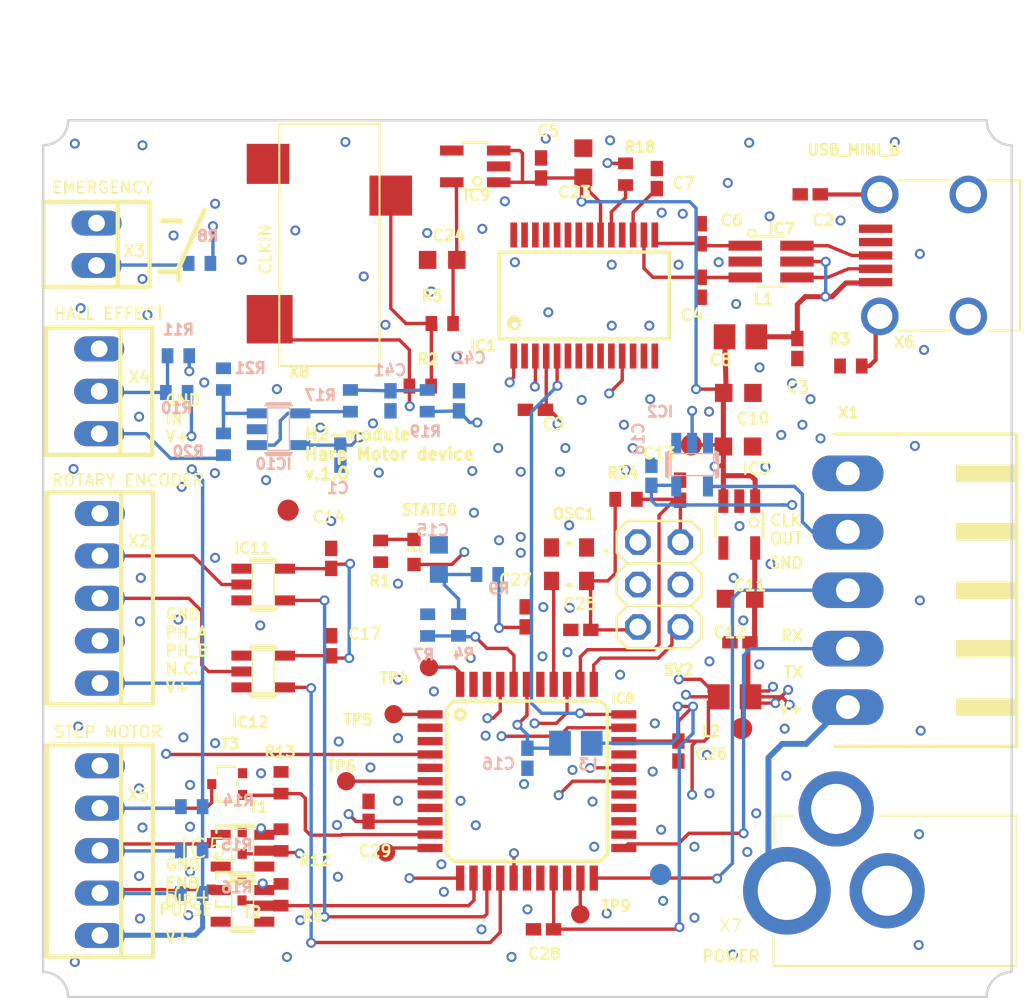
<source format=kicad_pcb>
(kicad_pcb (version 20211014) (generator pcbnew)
  (layers (0 "F.Cu" signal) (1 "In1.Cu" signal) (2 "In2.Cu" signal) (31 "B.Cu" signal) (34 "B.Paste" user) (35 "F.Paste" user) (36 "B.SilkS" user "B.Silkscreen") (37 "F.SilkS" user "F.Silkscreen") (38 "B.Mask" user) (39 "F.Mask" user) (44 "Edge.Cuts" user))
  (net 0 "")
  (net 1 "GND")
  (net 2 "PDI_CLK")
  (net 3 "+3V3")
  (net 4 "OSC2")
  (net 5 "FTDI_RXD")
  (net 6 "FTDI_TXD")
  (net 7 "FTDI_RTS")
  (net 8 "LED_STATE")
  (net 9 "FTDI_CTS")
  (net 10 "PDI_DATA")
  (net 11 "N$38")
  (net 12 "USBDP")
  (net 13 "USBDM")
  (net 14 "N$175")
  (net 15 "N$2")
  (net 16 "N$3")
  (net 17 "USB_POWER")
  (net 18 "N$1")
  (net 19 "+5V")
  (net 20 "V+")
  (net 21 "N$11")
  (net 22 "N$12")
  (net 23 "N$13")
  (net 24 "N$17")
  (net 25 "N$18")
  (net 26 "N$9")
  (net 27 "N$15")
  (net 28 "U_CLOCK_IN")
  (net 29 "N$103")
  (net 30 "N$104")
  (net 31 "EMERGENCY_INPUT")
  (net 32 "HARP_H2_TX")
  (net 33 "HARP_H2_RX")
  (net 34 "HARP_H2_CLOCK_OUT")
  (net 35 "HALL_EFFCT_IN")
  (net 36 "U_HALL_EFFCT_IN")
  (net 37 "U_ENCODER_B_PHASE")
  (net 38 "U_STEP_ENABLE")
  (net 39 "U_STEP_DIRECTION")
  (net 40 "U_STEP_PULSE")
  (net 41 "STEP_ENABLE")
  (net 42 "STEP_DIRECTION")
  (net 43 "STEP_PULSE")
  (net 44 "VDD")
  (net 45 "AREF")
  (net 46 "N$4")
  (net 47 "N$5")
  (net 48 "N$6")
  (net 49 "N$7")
  (net 50 "N$8")
  (net 51 "N$10")
  (net 52 "N$14")
  (net 53 "N$16")
  (net 54 "N$19")
  (net 55 "N$20")
  (footprint "_Harp Motor H2-module v1.0:C0402K" (layer "F.Cu") (at 151.6985 109.2686 180)
    (fp_text reference "C25")
    (fp_text value "100nF")
  )
  (footprint "_Harp Motor H2-module v1.0:TP11R" (layer "F.Cu") (at 142.6067 111.497)
    (fp_text reference "TP4")
    (fp_text value "NO_COMPONENT")
  )
  (footprint "_Harp Motor H2-module v1.0:B1,27" (layer "F.Cu") (at 134.1731 102.1016)
    (fp_text reference "TP10" hide)
    (fp_text value "NO_COMPONENT")
  )
  (footprint "_Harp Motor H2-module v1.0:B1,27" (layer "F.Cu") (at 158.3143 98.1916)
    (fp_text reference "TP13" hide)
    (fp_text value "NO_COMPONENT")
  )
  (footprint "_Harp Motor H2-module v1.0:C0603K" (layer "F.Cu") (at 161.1099 98.289)
    (fp_text reference "C10")
    (fp_text value "4.7uF")
  )
  (footprint "_Harp Motor H2-module v1.0:22-23-2031" (layer "F.Cu") (at 122.8571 94.9816 -90)
    (fp_text reference "X4")
    (fp_text value "1x3 case")
  )
  (footprint "_Harp Motor H2-module v1.0:240-0002-1" (layer "F.Cu") (at 178.0011 86.8486 90)
    (fp_text reference "X6")
    (fp_text value "USB_MINI_B")
  )
  (footprint "_Harp Motor H2-module v1.0:R0402" (layer "F.Cu") (at 133.7483 125.1308 -90)
    (fp_text reference "R6")
    (fp_text value "10k")
  )
  (footprint "_Harp Motor H2-module v1.0:C0402K" (layer "F.Cu") (at 148.3935 108.4888 90)
    (fp_text reference "C27")
    (fp_text value "100nF")
  )
  (footprint "_Harp Motor H2-module v1.0:SOT23-5" (layer "F.Cu") (at 132.6791 111.7616 -90)
    (fp_text reference "IC12")
    (fp_text value "SN74LVC1G125DBVT")
  )
  (footprint "_Harp Motor H2-module v1.0:R0402" (layer "F.Cu") (at 143.3991 90.9236 180)
    (fp_text reference "R5")
    (fp_text value "10R")
  )
  (footprint "_Harp Motor H2-module v1.0:B1,27" (layer "F.Cu") (at 161.3305 115.1746)
    (fp_text reference "TP1" hide)
    (fp_text value "NO_COMPONENT")
  )
  (footprint "_Harp Motor H2-module v1.0:R0402" (layer "F.Cu") (at 154.40625 101.4508 180)
    (fp_text reference "R34")
    (fp_text value "10k")
  )
  (footprint "_Harp Motor H2-module v1.0:SOT23-5" (layer "F.Cu") (at 131.4391 125.7926 90)
    (fp_text reference "IC4")
    (fp_text value "SN74LVC1G125DBVT")
  )
  (footprint "_Harp Motor H2-module v1.0:TSOT23-5" (layer "F.Cu") (at 145.3771 81.5156 90)
    (fp_text reference "IC9")
    (fp_text value "LP5907MFX-3.3")
  )
  (footprint "_Harp Motor H2-module v1.0:C0402K" (layer "F.Cu") (at 156.2521 82.2456 90)
    (fp_text reference "C7")
    (fp_text value "100nF")
  )
  (footprint "_Harp Motor H2-module v1.0:90G-5" (layer "F.Cu") (at 172.9411 106.8936 90)
    (fp_text reference "X1")
    (fp_text value "1x5 MAIN PLUG")
  )
  (footprint "_Harp Motor H2-module v1.0:SOT323" (layer "F.Cu") (at 130.4991 122.0306 90)
    (fp_text reference "T1")
    (fp_text value "DMG1012UW" hide)
  )
  (footprint "_Harp Motor H2-module v1.0:C0402K" (layer "F.Cu") (at 136.7491 110.2204 90)
    (fp_text reference "C17")
    (fp_text value "100nF")
  )
  (footprint "_Harp Motor H2-module v1.0:C0402K" (layer "F.Cu") (at 158.8811 88.7546 -90)
    (fp_text reference "C4")
    (fp_text value "47pF")
  )
  (footprint "_Harp Motor H2-module v1.0:22-23-2021" (layer "F.Cu") (at 122.7011 86.1796 -90)
    (fp_text reference "X3")
    (fp_text value "1x2 case")
  )
  (footprint "_Harp Motor H2-module v1.0:R0402" (layer "F.Cu") (at 167.8701 93.4687)
    (fp_text reference "R3")
    (fp_text value "1M")
  )
  (footprint "" (layer "F.Cu") (at 131.0271 101.8796)
    (fp_text reference "@HOLE5" hide)
    (fp_text value "")
  )
  (footprint "" (layer "F.Cu") (at 172.6731 80.4776)
    (fp_text reference "@HOLE4" hide)
    (fp_text value "")
  )
  (footprint "" (layer "F.Cu") (at 172.6731 94.5256)
    (fp_text reference "@HOLE3" hide)
    (fp_text value "")
  )
  (footprint "_Harp Motor H2-module v1.0:R0402" (layer "F.Cu") (at 142.0851 94.6696)
    (fp_text reference "R2")
    (fp_text value "10k")
  )
  (footprint "_Harp Motor H2-module v1.0:22-23-2051" (layer "F.Cu") (at 122.9011 122.4876 -90)
    (fp_text reference "X5")
    (fp_text value "1x5 case")
  )
  (footprint "_Harp Motor H2-module v1.0:SOT23-6L" (layer "F.Cu") (at 163.0911 87.2146 -90)
    (fp_text reference "IC7")
    (fp_text value "USBLC6-2SC6")
  )
  (footprint "_Harp Motor H2-module v1.0:TP11R" (layer "F.Cu") (at 151.6651 126.2996 180)
    (fp_text reference "TP9")
    (fp_text value "NO_COMPONENT")
  )
  (footprint "_Harp Motor H2-module v1.0:TQFP44" (layer "F.Cu") (at 148.4741 118.3296)
    (fp_text reference "IC8")
    (fp_text value "ATXMEGA32A4U")
  )
  (footprint "_Harp Motor H2-module v1.0:SSOP28" (layer "F.Cu") (at 151.9031 89.2466)
    (fp_text reference "IC1")
    (fp_text value "FT232RL")
  )
  (footprint "_Harp Motor H2-module v1.0:R0402" (layer "F.Cu") (at 139.7111 104.5628 90)
    (fp_text reference "R1")
    (fp_text value "330R")
  )
  (footprint "_Harp Motor H2-module v1.0:22-23-2051" (layer "F.Cu") (at 122.9011 107.3796 -90)
    (fp_text reference "X2")
    (fp_text value "1x5 case")
  )
  (footprint "_Harp Motor H2-module v1.0:SOT23-5" (layer "F.Cu") (at 132.6791 106.5536 -90)
    (fp_text reference "IC11")
    (fp_text value "SN74LVC1G125DBVT")
  )
  (footprint "_Harp Motor H2-module v1.0:C0603K" (layer "F.Cu") (at 161.1295 95.0794)
    (fp_text reference "C8")
    (fp_text value "4.7uF")
  )
  (footprint "_Harp Motor H2-module v1.0:C0402K" (layer "F.Cu") (at 157.6459 100.90475 90)
    (fp_text reference "C13")
    (fp_text value "47pF")
  )
  (footprint "_Harp Motor H2-module v1.0:C0402K" (layer "F.Cu") (at 148.9771 96.0916 180)
    (fp_text reference "C9")
    (fp_text value "100nF")
  )
  (footprint "" (layer "F.Cu") (at 131.0271 128.4756)
    (fp_text reference "@HOLE0" hide)
    (fp_text value "")
  )
  (footprint "" (layer "F.Cu") (at 172.6731 118.4696)
    (fp_text reference "@HOLE2" hide)
    (fp_text value "")
  )
  (footprint "_Harp Motor H2-module v1.0:C0402K" (layer "F.Cu") (at 138.9893 120.134 90)
    (fp_text reference "C29")
    (fp_text value "100nF")
  )
  (footprint "_Harp Motor H2-module v1.0:R0402" (layer "F.Cu") (at 133.7483 121.8526 -90)
    (fp_text reference "R12")
    (fp_text value "10k")
  )
  (footprint "_Harp Motor H2-module v1.0:C0402K" (layer "F.Cu") (at 158.8811 85.5476 90)
    (fp_text reference "C6")
    (fp_text value "47pF")
  )
  (footprint "_Harp Motor H2-module v1.0:DC_POWER_INPUT_2.1MM" (layer "F.Cu") (at 172.5391 124.8896 180)
    (fp_text reference "X7")
    (fp_text value "DC_JACK2.1MM")
  )
  (footprint "_Harp Motor H2-module v1.0:SOT323" (layer "F.Cu") (at 130.5231 118.5016 90)
    (fp_text reference "T3")
    (fp_text value "DMG1012UW" hide)
  )
  (footprint "_Harp Motor H2-module v1.0:TP11R" (layer "F.Cu") (at 140.4899 114.3164)
    (fp_text reference "TP5")
    (fp_text value "NO_COMPONENT")
  )
  (footprint "_Harp Motor H2-module v1.0:C0603K" (layer "F.Cu") (at 151.8471 81.2966 90)
    (fp_text reference "C23")
    (fp_text value "4.7uF")
  )
  (footprint "_Harp Motor H2-module v1.0:R0805" (layer "F.Cu") (at 161.2551 91.7186)
    (fp_text reference "L1")
    (fp_text value "40R@100MHz")
  )
  (footprint "_Harp Motor H2-module v1.0:C0402K" (layer "F.Cu") (at 161.2283 110.0118 180)
    (fp_text reference "C12")
    (fp_text value "100nF")
  )
  (footprint "_Harp Motor H2-module v1.0:TP11R" (layer "F.Cu") (at 137.6451 118.3296)
    (fp_text reference "TP6")
    (fp_text value "NO_COMPONENT")
  )
  (footprint "_Harp Motor H2-module v1.0:C0402K" (layer "F.Cu") (at 157.5417 116.5238 -90)
    (fp_text reference "C26")
    (fp_text value "100nF")
  )
  (footprint "_Harp Motor H2-module v1.0:TP11R" (layer "F.Cu") (at 140.0413 122.5968)
    (fp_text reference "TP8" hide)
    (fp_text value "NO_COMPONENT")
  )
  (footprint "_Harp Motor H2-module v1.0:C0603K" (layer "F.Cu") (at 161.2369 107.4076 180)
    (fp_text reference "C11")
    (fp_text value "4.7uF")
  )
  (footprint "_Harp Motor H2-module v1.0:C0402K" (layer "F.Cu") (at 149.4657 127.1984 180)
    (fp_text reference "C28")
    (fp_text value "100nF")
  )
  (footprint "_Harp Motor H2-module v1.0:2X03" (layer "F.Cu") (at 156.3883 106.5544 90)
    (fp_text reference "SV2")
    (fp_text value "PINHD-2X3")
  )
  (footprint "_Harp Motor H2-module v1.0:CHIP-LED0603" (layer "F.Cu") (at 141.7091 104.6016)
    (fp_text reference "STATE0")
    (fp_text value "GREEN_LED")
  )
  (footprint "_Harp Motor H2-module v1.0:OSCILLATOR_3.2X2.5" (layer "F.Cu") (at 150.9911 105.3358 180)
    (fp_text reference "OSC1")
    (fp_text value "OSCILLATOR")
  )
  (footprint "_Harp Motor H2-module v1.0:C0402K" (layer "F.Cu") (at 165.4351 83.1885 180)
    (fp_text reference "C2")
    (fp_text value "4.7nF")
  )
  (footprint "_Harp Motor H2-module v1.0:SOT23-5" (layer "F.Cu") (at 131.4391 122.4906 90)
    (fp_text reference "IC5")
    (fp_text value "SN74LVC1G125DBVT")
  )
  (footprint "_Harp Motor H2-module v1.0:R0402" (layer "F.Cu") (at 154.3755 81.9822 -90)
    (fp_text reference "R18")
    (fp_text value "10k")
  )
  (footprint "_Harp Motor H2-module v1.0:SOT323" (layer "F.Cu") (at 130.4871 124.8176 90)
    (fp_text reference "T2")
    (fp_text value "DMG1012UW" hide)
  )
  (footprint "_Harp Motor H2-module v1.0:C0603K" (layer "F.Cu") (at 143.3991 87.1136 180)
    (fp_text reference "C24")
    (fp_text value "4.7uF")
  )
  (footprint "_Harp Motor H2-module v1.0:R0805" (layer "F.Cu") (at 160.9123 113.275)
    (fp_text reference "L2")
    (fp_text value "40R@100MHz")
  )
  (footprint "_Harp Motor H2-module v1.0:C0402K" (layer "F.Cu") (at 164.6631 92.4206 -90)
    (fp_text reference "C3")
    (fp_text value "100nF")
  )
  (footprint "_Harp Motor H2-module v1.0:R0402" (layer "F.Cu") (at 133.7483 118.4236 -90)
    (fp_text reference "R13")
    (fp_text value "10k")
  )
  (footprint "_Harp Motor H2-module v1.0:TSOT23-5" (layer "F.Cu") (at 161.1861 102.9626 180)
    (fp_text reference "IC3")
    (fp_text value "LP5907MFX-3.3")
  )
  (footprint "_Harp Motor H2-module v1.0:C0402K" (layer "F.Cu") (at 149.3179 81.6106 90)
    (fp_text reference "C5")
    (fp_text value "100nF")
  )
  (footprint "_Harp Motor H2-module v1.0:C0402K" (layer "F.Cu") (at 136.7491 104.988 90)
    (fp_text reference "C14")
    (fp_text value "100nF")
  )
  (footprint "" (layer "F.Cu") (at 128.5771 81.4776)
    (fp_text reference "@HOLE1" hide)
    (fp_text value "")
  )
  (footprint "_Harp Motor H2-module v1.0:35RASMT2BHNTRX" (layer "F.Cu") (at 136.6431 82.4656 -90)
    (fp_text reference "X8")
    (fp_text value "CLCK_JACK" hide)
  )
  (footprint "_Harp Motor H2-module v1.0:R0402" (layer "B.Cu") (at 127.5011 95.0536)
    (fp_text reference "R10")
    (fp_text value "DNI 0R")
  )
  (footprint "_Harp Motor H2-module v1.0:R0402" (layer "B.Cu") (at 128.4011 122.5036)
    (fp_text reference "R15")
    (fp_text value "DNI")
  )
  (footprint "_Harp Motor H2-module v1.0:R0402" (layer "B.Cu") (at 142.5251 108.9816 -90)
    (fp_text reference "R7")
    (fp_text value "DNI")
  )
  (footprint "_Harp Motor H2-module v1.0:R0402" (layer "B.Cu") (at 137.9011 95.5536 90)
    (fp_text reference "R17")
    (fp_text value "10k")
  )
  (footprint "_Harp Motor H2-module v1.0:C0402K" (layer "B.Cu") (at 137.2991 98.8056 -90)
    (fp_text reference "C1")
    (fp_text value "100nF")
  )
  (footprint "_Harp Motor H2-module v1.0:C0402K" (layer "B.Cu") (at 155.9247 100.0116 90)
    (fp_text reference "C18")
    (fp_text value "100nF")
  )
  (footprint "_Harp Motor H2-module v1.0:R0402" (layer "B.Cu") (at 130.3011 98.1536 -90)
    (fp_text reference "R20")
    (fp_text value "24k")
  )
  (footprint "_Harp Motor H2-module v1.0:R0402" (layer "B.Cu") (at 130.3011 94.2536 -90)
    (fp_text reference "R21")
    (fp_text value "15k")
  )
  (footprint "_Harp Motor H2-module v1.0:C0402K" (layer "B.Cu") (at 140.3011 95.5536 90)
    (fp_text reference "C41")
    (fp_text value "15nF 5%")
  )
  (footprint "_Harp Motor H2-module v1.0:SOT23-5" (layer "B.Cu") (at 158.3631 99.3766)
    (fp_text reference "IC2")
    (fp_text value "SN74LVC1G125DBVT")
  )
  (footprint "_Harp Motor H2-module v1.0:C0402K" (layer "B.Cu") (at 148.5011 116.9536 -90)
    (fp_text reference "C16")
    (fp_text value "100nF")
  )
  (footprint "_Harp Motor H2-module v1.0:R0402" (layer "B.Cu") (at 128.8681 87.3236)
    (fp_text reference "R8")
    (fp_text value "10k")
  )
  (footprint "_Harp Motor H2-module v1.0:C0402K" (layer "B.Cu") (at 144.4011 95.5536 -90)
    (fp_text reference "C42")
    (fp_text value "15nF 5%")
  )
  (footprint "_Harp Motor H2-module v1.0:R0402" (layer "B.Cu") (at 128.4011 125.0536)
    (fp_text reference "R16")
    (fp_text value "DNI")
  )
  (footprint "_Harp Motor H2-module v1.0:R0402" (layer "B.Cu") (at 142.5011 95.5536 -90)
    (fp_text reference "R19")
    (fp_text value "10k")
  )
  (footprint "_Harp Motor H2-module v1.0:B1,27" (layer "B.Cu") (at 156.4751 123.9176 180)
    (fp_text reference "TP11" hide)
    (fp_text value "NO_COMPONENT")
  )
  (footprint "_Harp Motor H2-module v1.0:R0402" (layer "B.Cu") (at 128.4011 119.8536)
    (fp_text reference "R14")
    (fp_text value "DNI")
  )
  (footprint "_Harp Motor H2-module v1.0:R0805" (layer "B.Cu") (at 151.4011 116.0536)
    (fp_text reference "L3")
    (fp_text value "40R@100MHz")
  )
  (footprint "_Harp Motor H2-module v1.0:R0402" (layer "B.Cu") (at 146.1011 105.9536)
    (fp_text reference "R9")
    (fp_text value "DNI 100R")
  )
  (footprint "_Harp Motor H2-module v1.0:SOT23-5" (layer "B.Cu") (at 133.6011 97.2536 90)
    (fp_text reference "IC10")
    (fp_text value "THS4281DBVT")
  )
  (footprint "_Harp Motor H2-module v1.0:R0402" (layer "B.Cu") (at 144.3783 108.9764 90)
    (fp_text reference "R4")
    (fp_text value "DNI")
  )
  (footprint "_Harp Motor H2-module v1.0:C0603K" (layer "B.Cu") (at 143.2011 105.0536 90)
    (fp_text reference "C15")
    (fp_text value "DNI 4.7uF")
  )
  (footprint "_Harp Motor H2-module v1.0:R0402" (layer "B.Cu") (at 127.6011 92.8536)
    (fp_text reference "R11")
    (fp_text value "0R")
  )
  (gr_line (start 127.6291 87.5656) (end 129.1531 84.1366) (layer "F.SilkS") (width 0.3048))
  (gr_line (start 127.6291 88.3276) (end 127.6291 87.5656) (layer "F.SilkS") (width 0.3048))
  (gr_line (start 126.6131 84.7716) (end 127.7561 84.7716) (layer "F.SilkS") (width 0.3048))
  (gr_line (start 126.4861 87.8196) (end 127.6291 87.8196) (layer "F.SilkS") (width 0.3048))
  (gr_arc (start 121.0011 78.7536) (mid 120.56176 79.81426) (end 119.5011 80.2536) (layer "Edge.Cuts") (width 0.1524))
  (gr_line (start 121.0011 131.2536) (end 176.0011 131.2536) (layer "Edge.Cuts") (width 0.1524))
  (gr_line (start 176.0011 78.7536) (end 121.0011 78.7536) (layer "Edge.Cuts") (width 0.1524))
  (gr_line (start 119.5011 80.2536) (end 119.5011 129.7536) (layer "Edge.Cuts") (width 0.1524))
  (gr_line (start 177.5011 129.7536) (end 177.5011 80.2536) (layer "Edge.Cuts") (width 0.15))
  (gr_arc (start 177.5011 80.2536) (mid 176.44044 79.81426) (end 176.0011 78.7536) (layer "Edge.Cuts") (width 0.1524))
  (gr_arc (start 176.0011 131.2536) (mid 176.44044 130.19294) (end 177.5011 129.7536) (layer "Edge.Cuts") (width 0.1524))
  (gr_arc (start 119.5011 129.7536) (mid 120.56176 130.19294) (end 121.0011 131.2536) (layer "Edge.Cuts") (width 0.1524))
  (gr_text "POWER" (at 158.8801 129.2086) (layer "F.SilkS") (effects (font (size 0.674624 0.674624) (thickness 0.138176)) (justify left bottom)))
  (gr_text "PULSE" (at 126.3681 126.4146) (layer "F.SilkS") (effects (font (size 0.674624 0.674624) (thickness 0.138176)) (justify left bottom)))
  (gr_text "H2-module\nHarp Motor device\nv.1.0" (at 135.0551 100.3456) (layer "F.SilkS") (effects (font (size 0.73152 0.73152) (thickness 0.18288)) (justify left bottom)))
  (gr_text "CLKIN" (at 133.2171 88.0736 90) (layer "F.SilkS") (effects (font (size 0.69088 0.69088) (thickness 0.12192)) (justify left bottom)))
  (gr_text "CLK\nOUT" (at 162.9441 104.1896) (layer "F.SilkS") (effects (font (size 0.674624 0.674624) (thickness 0.138176)) (justify left bottom)))
  (gr_text "STEP MOTOR" (at 120.0691 115.7876) (layer "F.SilkS") (effects (font (size 0.69088 0.69088) (thickness 0.12192)) (justify left bottom)))
  (gr_text "GND\nIN\nV+  " (at 126.7491 98.0936) (layer "F.SilkS") (effects (font (size 0.674624 0.674624) (thickness 0.138176)) (justify left bottom)))
  (gr_text "ROTARY ENCODER " (at 119.9421 100.7146) (layer "F.SilkS") (effects (font (size 0.69088 0.69088) (thickness 0.12192)) (justify left bottom)))
  (gr_text "EMERGENCY" (at 119.9421 83.1956) (layer "F.SilkS") (effects (font (size 0.69088 0.69088) (thickness 0.12192)) (justify left bottom)))
  (gr_text "HALL EFFECT" (at 120.0691 90.7416) (layer "F.SilkS") (effects (font (size 0.69088 0.69088) (thickness 0.12192)) (justify left bottom)))
  (gr_text "GND \nPH_A \nPH_B \nN.C.\nV+ " (at 126.7491 113.0796) (layer "F.SilkS") (effects (font (size 0.674624 0.674624) (thickness 0.138176)) (justify left bottom)))
  (gr_text "GND\n\n\n\nRX\n\nTX\n\nV+" (at 165.0941 114.3626) (layer "F.SilkS") (effects (font (size 0.674624 0.674624) (thickness 0.138176)) (justify right bottom)))
  (gr_text "GND\nENB \nDIR\n\nV+" (at 126.7491 128.0656) (layer "F.SilkS") (effects (font (size 0.674624 0.674624) (thickness 0.138176)) (justify left bottom)))
  (via (at 145.3011 102.2536) (size 0.6) (drill 0.35) (layers "F.Cu" "B.Cu") (net 1))
  (via (at 152.4011 119.5536) (size 0.6) (drill 0.35) (layers "F.Cu" "B.Cu") (net 1))
  (via (at 136.7511 102.7536) (size 0.6) (drill 0.35) (layers "F.Cu" "B.Cu") (net 1))
  (via (at 134.9011 126.6536) (size 0.6) (drill 0.35) (layers "F.Cu" "B.Cu") (net 1))
  (via (at 125.2511 96.5036) (size 0.6) (drill 0.35) (layers "F.Cu" "B.Cu") (net 1))
  (via (at 163.9071 115.1856) (size 0.6) (drill 0.35) (layers "F.Cu" "B.Cu") (net 1))
  (via (at 121.6011 115.0536) (size 0.6) (drill 0.35) (layers "F.Cu" "B.Cu") (net 1))
  (via (at 125.4511 121.1036) (size 0.6) (drill 0.35) (layers "F.Cu" "B.Cu") (net 1))
  (via (at 131.4011 87.1036) (size 0.6) (drill 0.35) (layers "F.Cu" "B.Cu") (net 1))
  (via (at 121.7511 90.0036) (size 0.6) (drill 0.35) (layers "F.Cu" "B.Cu") (net 1))
  (via (at 132.5511 117.8536) (size 0.6) (drill 0.35) (layers "F.Cu" "B.Cu") (net 1))
  (via (at 151.7511 95.5036) (size 0.6) (drill 0.35) (layers "F.Cu" "B.Cu") (net 1))
  (via (at 161.4249 108.7036) (size 0.6) (drill 0.35) (layers "F.Cu" "B.Cu") (net 1))
  (via (at 144.5011 119.5036) (size 0.6) (drill 0.35) (layers "F.Cu" "B.Cu") (net 1))
  (via (at 166.0511 97.8036) (size 0.6) (drill 0.35) (layers "F.Cu" "B.Cu") (net 1))
  (via (at 151.0011 103.0036) (size 0.6) (drill 0.35) (layers "F.Cu" "B.Cu") (net 1))
  (via (at 142.7511 89.0036) (size 0.6) (drill 0.35) (layers "F.Cu" "B.Cu") (net 1))
  (via (at 145.4091 120.9676) (size 0.6) (drill 0.35) (layers "F.Cu" "B.Cu") (net 1))
  (via (at 160.8511 106.1536) (size 0.6) (drill 0.35) (layers "F.Cu" "B.Cu") (net 1))
  (via (at 129.1511 94.4536) (size 0.6) (drill 0.35) (layers "F.Cu" "B.Cu") (net 1))
  (via (at 161.2011 103.0536) (size 0.6) (drill 0.35) (layers "F.Cu" "B.Cu") (net 1))
  (via (at 153.2511 126.2536) (size 0.6) (drill 0.35) (layers "F.Cu" "B.Cu") (net 1))
  (via (at 171.7011 98.2536) (size 0.6) (drill 0.35) (layers "F.Cu" "B.Cu") (net 1))
  (via (at 139.2511 96.9036) (size 0.6) (drill 0.35) (layers "F.Cu" "B.Cu") (net 1))
  (via (at 146.0011 115.6036) (size 0.6) (drill 0.35) (layers "F.Cu" "B.Cu") (net 1))
  (via (at 139.1011 117.5036) (size 0.6) (drill 0.35) (layers "F.Cu" "B.Cu") (net 1))
  (via (at 146.7503 98.3798) (size 0.6) (drill 0.35) (layers "F.Cu" "B.Cu") (net 1))
  (via (at 129.8011 104.9536) (size 0.6) (drill 0.35) (layers "F.Cu" "B.Cu") (net 1))
  (via (at 161.6691 122.5646) (size 0.6) (drill 0.35) (layers "F.Cu" "B.Cu") (net 1))
  (via (at 172.0011 107.5036) (size 0.6) (drill 0.35) (layers "F.Cu" "B.Cu") (net 1))
  (via (at 121.3251 99.6356) (size 0.6) (drill 0.35) (layers "F.Cu" "B.Cu") (net 1))
  (via (at 145.1011 110.9536) (size 0.6) (drill 0.35) (layers "F.Cu" "B.Cu") (net 1))
  (via (at 143.5011 124.9536) (size 0.6) (drill 0.35) (layers "F.Cu" "B.Cu") (net 1))
  (via (at 121.4011 129.1536) (size 0.6) (drill 0.35) (layers "F.Cu" "B.Cu") (net 1))
  (via (at 134.6011 85.3536) (size 0.6) (drill 0.35) (layers "F.Cu" "B.Cu") (net 1))
  (via (at 140.0011 91.0036) (size 0.6) (drill 0.35) (layers "F.Cu" "B.Cu") (net 1))
  (via (at 158.5011 126.5036) (size 0.6) (drill 0.35) (layers "F.Cu" "B.Cu") (net 1))
  (via (at 149.6011 79.8536) (size 0.6) (drill 0.35) (layers "F.Cu" "B.Cu") (net 1))
  (via (at 137.6011 80.0536) (size 0.6) (drill 0.35) (layers "F.Cu" "B.Cu") (net 1))
  (via (at 144.2661 92.8996) (size 0.6) (drill 0.35) (layers "F.Cu" "B.Cu") (net 1))
  (via (at 149.7511 90.2536) (size 0.6) (drill 0.35) (layers "F.Cu" "B.Cu") (net 1))
  (via (at 125.2511 124.0036) (size 0.6) (drill 0.35) (layers "F.Cu" "B.Cu") (net 1))
  (via (at 172.0011 86.7536) (size 0.6) (drill 0.35) (layers "F.Cu" "B.Cu") (net 1))
  (via (at 155.8011 91.0536) (size 0.6) (drill 0.35) (layers "F.Cu" "B.Cu") (net 1))
  (via (at 162.7511 99.5036) (size 0.6) (drill 0.35) (layers "F.Cu" "B.Cu") (net 1))
  (via (at 125.3011 108.7536) (size 0.6) (drill 0.35) (layers "F.Cu" "B.Cu") (net 1))
  (via (at 172.2511 92.5036) (size 0.6) (drill 0.35) (layers "F.Cu" "B.Cu") (net 1))
  (via (at 155.8511 95.4536) (size 0.6) (drill 0.35) (layers "F.Cu" "B.Cu") (net 1))
  (via (at 140.7511 106.5036) (size 0.6) (drill 0.35) (layers "F.Cu" "B.Cu") (net 1))
  (via (at 147.7511 91.0036) (size 0.6) (drill 0.35) (layers "F.Cu" "B.Cu") (net 1))
  (via (at 156.6281 125.4956) (size 0.6) (drill 0.35) (layers "F.Cu" "B.Cu") (net 1))
  (via (at 150.4511 99.8036) (size 0.6) (drill 0.35) (layers "F.Cu" "B.Cu") (net 1))
  (via (at 151.0291 107.9476) (size 0.6) (drill 0.35) (layers "F.Cu" "B.Cu") (net 1))
  (via (at 150.9011 110.6036) (size 0.6) (drill 0.35) (layers "F.Cu" "B.Cu") (net 1))
  (via (at 145.2011 99.7536) (size 0.6) (drill 0.35) (layers "F.Cu" "B.Cu") (net 1))
  (via (at 150.7757 98.3806) (size 0.6) (drill 0.35) (layers "F.Cu" "B.Cu") (net 1))
  (via (at 157.5511 87.4036) (size 0.6) (drill 0.35) (layers "F.Cu" "B.Cu") (net 1))
  (via (at 139.6011 99.8536) (size 0.6) (drill 0.35) (layers "F.Cu" "B.Cu") (net 1))
  (via (at 153.4511 79.9536) (size 0.6) (drill 0.35) (layers "F.Cu" "B.Cu") (net 1))
  (via (at 159.2511 116.7536) (size 0.6) (drill 0.35) (layers "F.Cu" "B.Cu") (net 1))
  (via (at 146.8011 103.9036) (size 0.6) (drill 0.35) (layers "F.Cu" "B.Cu") (net 1))
  (via (at 160.5011 82.5036) (size 0.6) (drill 0.35) (layers "F.Cu" "B.Cu") (net 1))
  (via (at 125.4511 80.2536) (size 0.6) (drill 0.35) (layers "F.Cu" "B.Cu") (net 1))
  (via (at 158.5011 122.2536) (size 0.6) (drill 0.35) (layers "F.Cu" "B.Cu") (net 1))
  (via (at 147.1511 83.6036) (size 0.6) (drill 0.35) (layers "F.Cu" "B.Cu") (net 1))
  (via (at 162.4011 93.5536) (size 0.6) (drill 0.35) (layers "F.Cu" "B.Cu") (net 1))
  (via (at 159.9511 87.2536) (size 0.6) (drill 0.35) (layers "F.Cu" "B.Cu") (net 1))
  (via (at 132.5511 121.1536) (size 0.6) (drill 0.35) (layers "F.Cu" "B.Cu") (net 1))
  (via (at 147.5511 128.8536) (size 0.6) (drill 0.35) (layers "F.Cu" "B.Cu") (net 1))
  (via (at 162.2011 120.2536) (size 0.6) (drill 0.35) (layers "F.Cu" "B.Cu") (net 1))
  (via (at 127.3121 85.6536) (size 0.6) (drill 0.35) (layers "F.Cu" "B.Cu") (net 1))
  (via (at 149.4511 107.9036) (size 0.6) (drill 0.35) (layers "F.Cu" "B.Cu") (net 1))
  (via (at 125.3511 106.1536) (size 0.6) (drill 0.35) (layers "F.Cu" "B.Cu") (net 1))
  (via (at 153.5511 87.4036) (size 0.6) (drill 0.35) (layers "F.Cu" "B.Cu") (net 1))
  (via (at 127.8011 100.7036) (size 0.6) (drill 0.35) (layers "F.Cu" "B.Cu") (net 1))
  (via (at 140.7511 119.5036) (size 0.6) (drill 0.35) (layers "F.Cu" "B.Cu") (net 1))
  (via (at 152.5011 122.2536) (size 0.6) (drill 0.35) (layers "F.Cu" "B.Cu") (net 1))
  (via (at 156.5091 121.2376) (size 0.6) (drill 0.35) (layers "F.Cu" "B.Cu") (net 1))
  (via (at 142.5011 85.5036) (size 0.6) (drill 0.35) (layers "F.Cu" "B.Cu") (net 1))
  (via (at 132.6511 124.4536) (size 0.6) (drill 0.35) (layers "F.Cu" "B.Cu") (net 1))
  (via (at 164.0011 118.0036) (size 0.6) (drill 0.35) (layers "F.Cu" "B.Cu") (net 1))
  (via (at 134.1011 128.8536) (size 0.6) (drill 0.35) (layers "F.Cu" "B.Cu") (net 1))
  (via (at 161.0011 89.7536) (size 0.6) (drill 0.35) (layers "F.Cu" "B.Cu") (net 1))
  (via (at 148.5011 126.0036) (size 0.6) (drill 0.35) (layers "F.Cu" "B.Cu") (net 1))
  (via (at 140.7511 115.7536) (size 0.6) (drill 0.35) (layers "F.Cu" "B.Cu") (net 1))
  (via (at 137.1511 124.0536) (size 0.6) (drill 0.35) (layers "F.Cu" "B.Cu") (net 1))
  (via (at 129.7881 99.8846) (size 0.6) (drill 0.35) (layers "F.Cu" "B.Cu") (net 1))
  (via (at 148.3011 118.5036) (size 0.6) (drill 0.35) (layers "F.Cu" "B.Cu") (net 1))
  (via (at 161.7791 80.0996) (size 0.6) (drill 0.35) (layers "F.Cu" "B.Cu") (net 1))
  (via (at 121.4011 80.1536) (size 0.6) (drill 0.35) (layers "F.Cu" "B.Cu") (net 1))
  (via (at 151.2011 117.6536) (size 0.6) (drill 0.35) (layers "F.Cu" "B.Cu") (net 1))
  (via (at 170.5011 80.0536) (size 0.6) (drill 0.35) (layers "F.Cu" "B.Cu") (net 1))
  (via (at 136.1011 97.1536) (size 0.6) (drill 0.35) (layers "F.Cu" "B.Cu") (net 1))
  (via (at 140.7511 112.2536) (size 0.6) (drill 0.35) (layers "F.Cu" "B.Cu") (net 1))
  (via (at 162.3763 111.34) (size 0.6) (drill 0.35) (layers "F.Cu" "B.Cu") (net 1))
  (via (at 147.7511 87.2536) (size 0.6) (drill 0.35) (layers "F.Cu" "B.Cu") (net 1))
  (via (at 129.8011 116.0536) (size 0.6) (drill 0.35) (layers "F.Cu" "B.Cu") (net 1))
  (via (at 125.4511 88.2536) (size 0.6) (drill 0.35) (layers "F.Cu" "B.Cu") (net 1))
  (via (at 125.7511 90.4036) (size 0.6) (drill 0.35) (layers "F.Cu" "B.Cu") (net 1))
  (via (at 143.3511 123.3036) (size 0.6) (drill 0.35) (layers "F.Cu" "B.Cu") (net 1))
  (via (at 159.4011 119.0536) (size 0.6) (drill 0.35) (layers "F.Cu" "B.Cu") (net 1))
  (via (at 125.2511 118.7576) (size 0.6) (drill 0.35) (layers "F.Cu" "B.Cu") (net 1))
  (via (at 154.4041 99.7036) (size 0.6) (drill 0.35) (layers "F.Cu" "B.Cu") (net 1))
  (via (at 128.3011 121.0536) (size 0.6) (drill 0.35) (layers "F.Cu" "B.Cu") (net 1))
  (via (at 159.3791 96.2016) (size 0.6) (drill 0.35) (layers "F.Cu" "B.Cu") (net 1))
  (via (at 167.2511 84.7536) (size 0.6) (drill 0.35) (layers "F.Cu" "B.Cu") (net 1))
  (via (at 154.8011 98.3806) (size 0.6) (drill 0.35) (layers "F.Cu" "B.Cu") (net 1))
  (via (at 128.3011 123.7536) (size 0.6) (drill 0.35) (layers "F.Cu" "B.Cu") (net 1))
  (via (at 125.3011 126.5536) (size 0.6) (drill 0.35) (layers "F.Cu" "B.Cu") (net 1))
  (via (at 156.1311 114.8676) (size 0.6) (drill 0.35) (layers "F.Cu" "B.Cu") (net 1))
  (via (at 132.5011 109.0036) (size 0.6) (drill 0.35) (layers "F.Cu" "B.Cu") (net 1))
  (via (at 159.4011 111.1536) (size 0.6) (drill 0.35) (layers "F.Cu" "B.Cu") (net 1))
  (via (at 132.8511 100.3036) (size 0.6) (drill 0.35) (layers "F.Cu" "B.Cu") (net 1))
  (via (at 153.5511 91.0536) (size 0.6) (drill 0.35) (layers "F.Cu" "B.Cu") (net 1))
  (via (at 172.0511 115.3036) (size 0.6) (drill 0.35) (layers "F.Cu" "B.Cu") (net 1))
  (via (at 148.1011 103.7036) (size 0.6) (drill 0.35) (layers "F.Cu" "B.Cu") (net 1))
  (via (at 154.0511 111.9536) (size 0.6) (drill 0.35) (layers "F.Cu" "B.Cu") (net 1))
  (via (at 128.3011 118.5536) (size 0.6) (drill 0.35) (layers "F.Cu" "B.Cu") (net 1))
  (via (at 160.8011 128.7036) (size 0.6) (drill 0.35) (layers "F.Cu" "B.Cu") (net 1))
  (via (at 137.1011 120.9536) (size 0.6) (drill 0.35) (layers "F.Cu" "B.Cu") (net 1))
  (via (at 128.2011 126.3536) (size 0.6) (drill 0.35) (layers "F.Cu" "B.Cu") (net 1))
  (via (at 157.8011 84.3536) (size 0.6) (drill 0.35) (layers "F.Cu" "B.Cu") (net 1))
  (via (at 137.2011 115.9536) (size 0.6) (drill 0.35) (layers "F.Cu" "B.Cu") (net 1))
  (via (at 156.0011 117.7536) (size 0.6) (drill 0.35) (layers "F.Cu" "B.Cu") (net 1))
  (via (at 171.9511 121.5036) (size 0.6) (drill 0.35) (layers "F.Cu" "B.Cu") (net 1))
  (via (at 127.9011 115.7036) (size 0.6) (drill 0.35) (layers "F.Cu" "B.Cu") (net 1))
  (via (at 149.4011 110.8536) (size 0.6) (drill 0.35) (layers "F.Cu" "B.Cu") (net 1))
  (via (at 138.7011 88.1036) (size 0.6) (drill 0.35) (layers "F.Cu" "B.Cu") (net 1))
  (via (at 163.0011 84.5036) (size 0.6) (drill 0.35) (layers "F.Cu" "B.Cu") (net 1))
  (via (at 171.9291 128.1376) (size 0.6) (drill 0.35) (layers "F.Cu" "B.Cu") (net 1))
  (via (at 127.6011 108.6536) (size 0.6) (drill 0.35) (layers "F.Cu" "B.Cu") (net 1))
  (via (at 148.1011 99.8036) (size 0.6) (drill 0.35) (layers "F.Cu" "B.Cu") (net 1))
  (via (at 165.4511 95.4536) (size 0.6) (drill 0.35) (layers "F.Cu" "B.Cu") (net 1))
  (via (at 145.7511 127.2036) (size 0.6) (drill 0.35) (layers "F.Cu" "B.Cu") (net 1))
  (via (at 133.5011 94.8536) (size 0.6) (drill 0.35) (layers "F.Cu" "B.Cu") (net 1))
  (via (at 145.8011 85.2536) (size 0.6) (drill 0.35) (layers "F.Cu" "B.Cu") (net 1))
  (via (at 142.9011 112.9536) (size 0.6) (drill 0.35) (layers "F.Cu" "B.Cu") (net 1))
  (via (at 129.8011 83.7536) (size 0.6) (drill 0.35) (layers "F.Cu" "B.Cu") (net 1))
  (segment (start 157.515653 101.4508) (end 157.6459 101.50475) (width 0.2032) (layer "F.Cu") (net 2))
  (segment (start 152.0981 110.4536) (end 156.0511 110.4536) (width 0.2032) (layer "F.Cu") (net 2))
  (segment (start 157.6583 101.534688) (end 157.6583 104.0144) (width 0.2032) (layer "F.Cu") (net 2))
  (segment (start 152.0981 110.4536) (end 151.6741 110.8776) (width 0.2032) (layer "F.Cu") (net 2))
  (segment (start 156.3819 102.416) (end 157.3471 101.4508) (width 0.2032) (layer "F.Cu") (net 2))
  (segment (start 157.3471 101.4508) (end 157.515653 101.4508) (width 0.2032) (layer "F.Cu") (net 2))
  (segment (start 151.6741 110.8776) (end 151.6741 112.5296) (width 0.2032) (layer "F.Cu") (net 2))
  (segment (start 157.6459 101.50475) (end 157.6583 101.534688) (width 0.2032) (layer "F.Cu") (net 2))
  (segment (start 155.05625 101.4508) (end 157.3471 101.4508) (width 0.2032) (layer "F.Cu") (net 2))
  (segment (start 156.0511 110.4536) (end 156.3819 110.1228) (width 0.2032) (layer "F.Cu") (net 2))
  (segment (start 156.3819 110.1228) (end 156.3819 102.416) (width 0.2032) (layer "F.Cu") (net 2))
  (segment (start 150.3011 96.9536) (end 150.3011 96.5656) (width 0.2032) (layer "F.Cu") (net 3))
  (segment (start 136.7335 105.6036) (end 136.7491 105.588) (width 0.2032) (layer "F.Cu") (net 3))
  (segment (start 162.4431 112.9276) (end 161.8623 113.5084) (width 0.2032) (layer "F.Cu") (net 3))
  (segment (start 150.3011 96.5656) (end 149.8271 96.0916) (width 0.2032) (layer "F.Cu") (net 3))
  (segment (start 133.9851 110.8116) (end 136.7403 110.8116) (width 0.2032) (layer "F.Cu") (net 3))
  (segment (start 137.8851 105.334) (end 137.0031 105.334) (width 0.2032) (layer "F.Cu") (net 3))
  (segment (start 137.8851 105.3076) (end 137.8851 105.334) (width 0.2032) (layer "F.Cu") (net 3))
  (segment (start 162.1119 104.425025) (end 162.1119 107.4076) (width 0.3048) (layer "F.Cu") (net 3))
  (segment (start 136.7491 105.588) (end 137.0031 105.334) (width 0.2032) (layer "F.Cu") (net 3))
  (segment (start 164.1131 112.8576) (end 163.6957 113.275) (width 0.2032) (layer "F.Cu") (net 3))
  (segment (start 164.2051 113.7516) (end 163.7291 113.2756) (width 0.2032) (layer "F.Cu") (net 3))
  (segment (start 163.6957 113.275) (end 161.8623 113.275) (width 0.2032) (layer "F.Cu") (net 3))
  (segment (start 161.8283 110.0118) (end 161.7013 110.1388) (width 0.3048) (layer "F.Cu") (net 3))
  (segment (start 161.8623 113.275) (end 161.4305 113.7068) (width 0.3048) (layer "F.Cu") (net 3))
  (segment (start 162.1029 107.4166) (end 162.1029 109.7372) (width 0.3048) (layer "F.Cu") (net 3))
  (segment (start 149.5771 96.0916) (end 149.8271 96.0916) (width 0.2032) (layer "F.Cu") (net 3))
  (segment (start 136.7491 110.8204) (end 136.74915 110.9576) (width 0.2032) (layer "F.Cu") (net 3))
  (segment (start 153.3157 81.3322) (end 153.2991 81.3156) (width 0.2032) (layer "F.Cu") (net 3))
  (segment (start 163.2051 112.6736) (end 162.9511 112.9276) (width 0.2032) (layer "F.Cu") (net 3))
  (segment (start 162.9511 112.9276) (end 162.4431 112.9276) (width 0.2032) (layer "F.Cu") (net 3))
  (segment (start 162.1409 113.6536) (end 161.8623 113.275) (width 0.2032) (layer "F.Cu") (net 3))
  (segment (start 161.7013 110.1388) (end 161.7013 113.114) (width 0.3048) (layer "F.Cu") (net 3))
  (segment (start 136.7403 110.8116) (end 136.7491 110.8204) (width 0.2032) (layer "F.Cu") (net 3))
  (segment (start 161.4305 113.7068) (end 161.4305 115.0746) (width 0.3048) (layer "F.Cu") (net 3))
  (segment (start 163.3511 113.6536) (end 162.1409 113.6536) (width 0.2032) (layer "F.Cu") (net 3))
  (segment (start 163.7291 113.2756) (end 163.3511 113.6536) (width 0.2032) (layer "F.Cu") (net 3))
  (segment (start 137.8311 110.9576) (end 136.74915 110.9576) (width 0.2032) (layer "F.Cu") (net 3))
  (segment (start 162.1361 104.3666) (end 162.1119 104.425025) (width 0.3048) (layer "F.Cu") (net 3))
  (segment (start 149.6281 96.0406) (end 149.5771 96.0916) (width 0.2032) (layer "F.Cu") (net 3))
  (segment (start 161.8623 113.275) (end 161.8623 113.5084) (width 0.2032) (layer "F.Cu") (net 3))
  (segment (start 154.3755 81.3322) (end 153.3157 81.3322) (width 0.2032) (layer "F.Cu") (net 3))
  (segment (start 162.1119 107.4076) (end 162.1029 107.4166) (width 0.3048) (layer "F.Cu") (net 3))
  (segment (start 133.9851 105.6036) (end 136.7335 105.6036) (width 0.2032) (layer "F.Cu") (net 3))
  (segment (start 161.8623 113.275) (end 161.7013 113.114) (width 0.3048) (layer "F.Cu") (net 3))
  (segment (start 161.8283 110.0118) (end 162.1029 109.7372) (width 0.3048) (layer "F.Cu") (net 3))
  (segment (start 149.6281 92.8716) (end 149.6281 96.0406) (width 0.2032) (layer "F.Cu") (net 3))
  (segment (start 161.4305 115.0746) (end 161.3305 115.1746) (width 0.3048) (layer "F.Cu") (net 3))
  (via (at 163.2051 112.6736) (size 0.6) (drill 0.35) (layers "F.Cu" "B.Cu") (net 3))
  (via (at 164.3511 101.7912) (size 0.6) (drill 0.35) (layers "F.Cu" "B.Cu") (net 3))
  (via (at 164.3511 94.5036) (size 0.6) (drill 0.35) (layers "F.Cu" "B.Cu") (net 3))
  (via (at 128.2571 93.7816) (size 0.6) (drill 0.35) (layers "F.Cu" "B.Cu") (net 3))
  (via (at 164.1131 112.8576) (size 0.6) (drill 0.35) (layers "F.Cu" "B.Cu") (net 3))
  (via (at 137.8851 105.3076) (size 0.6) (drill 0.35) (layers "F.Cu" "B.Cu") (net 3))
  (via (at 138.4425 97.7386) (size 0.6) (drill 0.35) (layers "F.Cu" "B.Cu") (net 3))
  (via (at 137.8311 110.9576) (size 0.6) (drill 0.35) (layers "F.Cu" "B.Cu") (net 3))
  (via (at 153.2991 81.3156) (size 0.6) (drill 0.35) (layers "F.Cu" "B.Cu") (net 3))
  (via (at 164.9671 96.9876) (size 0.6) (drill 0.35) (layers "F.Cu" "B.Cu") (net 3))
  (via (at 150.3011 96.9536) (size 0.6) (drill 0.35) (layers "F.Cu" "B.Cu") (net 3))
  (via (at 164.2051 113.7516) (size 0.6) (drill 0.35) (layers "F.Cu" "B.Cu") (net 3))
  (via (at 163.3511 113.6536) (size 0.6) (drill 0.35) (layers "F.Cu" "B.Cu") (net 3))
  (via (at 163.6971 97.5956) (size 0.6) (drill 0.35) (layers "F.Cu" "B.Cu") (net 3))
  (via (at 154.2831 96.9876) (size 0.6) (drill 0.35) (layers "F.Cu" "B.Cu") (net 3))
  (via (at 163.0571 105.3196) (size 0.6) (drill 0.35) (layers "F.Cu" "B.Cu") (net 3))
  (segment (start 155.9247 101.5102) (end 155.9247 100.6116) (width 0.2032) (layer "B.Cu") (net 3))
  (segment (start 128.2511 93.7756) (end 128.2511 92.8536) (width 0.2032) (layer "B.Cu") (net 3))
  (segment (start 128.2571 93.7816) (end 128.2511 93.7756) (width 0.2032) (layer "B.Cu") (net 3))
  (segment (start 137.8851 105.3076) (end 137.8311 105.3616) (width 0.2032) (layer "B.Cu") (net 3))
  (segment (start 156.2041 101.7896) (end 155.9247 101.5102) (width 0.2032) (layer "B.Cu") (net 3))
  (segment (start 134.9091 98.2056) (end 134.9071 98.2036) (width 0.2032) (layer "B.Cu") (net 3))
  (segment (start 163.8431 101.7912) (end 164.3511 101.7912) (width 0.2032) (layer "B.Cu") (net 3))
  (segment (start 137.2991 98.2056) (end 134.9091 98.2056) (width 0.2032) (layer "B.Cu") (net 3))
  (segment (start 137.9755 98.2056) (end 137.2991 98.2056) (width 0.2032) (layer "B.Cu") (net 3))
  (segment (start 157.4131 100.6116) (end 157.4131 100.6826) (width 0.15) (layer "B.Cu") (net 3))
  (segment (start 155.9247 100.6116) (end 156.8431 100.6116) (width 0.2032) (layer "B.Cu") (net 3))
  (segment (start 137.8311 105.3616) (end 137.8311 110.9576) (width 0.2032) (layer "B.Cu") (net 3))
  (segment (start 156.8431 100.6116) (end 157.4131 100.6116) (width 0.2) (layer "B.Cu") (net 3))
  (segment (start 163.8241 101.7896) (end 156.2041 101.7896) (width 0.2032) (layer "B.Cu") (net 3))
  (segment (start 163.8431 101.7912) (end 163.8328 101.7809) (width 0.2032) (layer "B.Cu") (net 3))
  (segment (start 163.8241 101.7896) (end 163.8328 101.7809) (width 0.2032) (layer "B.Cu") (net 3))
  (segment (start 138.4425 97.7386) (end 137.9755 98.2056) (width 0.2032) (layer "B.Cu") (net 3))
  (segment (start 150.0741 112.5296) (end 150.0741 106.583991) (width 0.2032) (layer "F.Cu") (net 4))
  (segment (start 150.0741 106.583991) (end 149.9411 106.3358) (width 0.2032) (layer "F.Cu") (net 4))
  (segment (start 154.2741 114.3296) (end 151.7191 114.3296) (width 0.2032) (layer "F.Cu") (net 5))
  (segment (start 151.6511 114.2616) (end 151.7191 114.3296) (width 0.2032) (layer "F.Cu") (net 5))
  (segment (start 150.2781 92.8716) (end 150.2781 94.6306) (width 0.2032) (layer "F.Cu") (net 5))
  (segment (start 150.2781 94.6306) (end 150.3011 94.6536) (width 0.2032) (layer "F.Cu") (net 5))
  (via (at 150.3011 94.6536) (size 0.6) (drill 0.35) (layers "F.Cu" "B.Cu") (net 5))
  (via (at 151.6511 114.2616) (size 0.6) (drill 0.35) (layers "F.Cu" "B.Cu") (net 5))
  (segment (start 149.3511 114.2616) (end 148.7431 113.6536) (width 0.2032) (layer "B.Cu") (net 5))
  (segment (start 150.3011 94.6536) (end 148.7431 96.2116) (width 0.2032) (layer "B.Cu") (net 5))
  (segment (start 148.7431 96.2116) (end 148.7431 113.6536) (width 0.2032) (layer "B.Cu") (net 5))
  (segment (start 149.3511 114.2616) (end 151.6511 114.2616) (width 0.2032) (layer "B.Cu") (net 5))
  (segment (start 150.4131 115.6376) (end 150.9211 115.1296) (width 0.2032) (layer "F.Cu") (net 6))
  (segment (start 150.4131 115.6376) (end 146.9563 115.6376) (width 0.2032) (layer "F.Cu") (net 6))
  (segment (start 147.4411 94.4476) (end 147.4066 94.4131) (width 0.2032) (layer "F.Cu") (net 6))
  (segment (start 150.9211 115.1296) (end 154.2741 115.1296) (width 0.2032) (layer "F.Cu") (net 6))
  (segment (start 147.6781 92.8716) (end 147.6781 94.1416) (width 0.2032) (layer "F.Cu") (net 6))
  (segment (start 147.6781 94.1416) (end 147.4066 94.4131) (width 0.2032) (layer "F.Cu") (net 6))
  (segment (start 146.9507 115.632) (end 146.9563 115.6376) (width 0.2032) (layer "F.Cu") (net 6))
  (via (at 146.9507 115.632) (size 0.6) (drill 0.35) (layers "F.Cu" "B.Cu") (net 6))
  (via (at 147.4411 94.4476) (size 0.6) (drill 0.35) (layers "F.Cu" "B.Cu") (net 6))
  (segment (start 151.2091 118.3296) (end 154.2741 118.3296) (width 0.2032) (layer "F.Cu") (net 7))
  (segment (start 148.9781 92.8716) (end 148.9781 94.6496) (width 0.2032) (layer "F.Cu") (net 7))
  (segment (start 148.9471 94.7036) (end 148.9356 94.6921) (width 0.2032) (layer "F.Cu") (net 7))
  (segment (start 148.9781 94.6496) (end 148.9356 94.6921) (width 0.2032) (layer "F.Cu") (net 7))
  (segment (start 150.3731 119.1656) (end 151.2091 118.3296) (width 0.2032) (layer "F.Cu") (net 7))
  (via (at 148.9471 94.7036) (size 0.6) (drill 0.35) (layers "F.Cu" "B.Cu") (net 7))
  (via (at 150.3731 119.1656) (size 0.6) (drill 0.35) (layers "F.Cu" "B.Cu") (net 7))
  (segment (start 150.8741 112.5296) (end 150.8741 114.2206) (width 0.2032) (layer "F.Cu") (net 8))
  (segment (start 143.9791 105.3516) (end 141.7091 105.3516) (width 0.2032) (layer "F.Cu") (net 8))
  (segment (start 144.7231 104.6076) (end 143.9791 105.3516) (width 0.2032) (layer "F.Cu") (net 8))
  (segment (start 150.2271 114.8676) (end 148.9271 114.8676) (width 0.2032) (layer "F.Cu") (net 8))
  (segment (start 150.8741 114.2206) (end 150.2271 114.8676) (width 0.2032) (layer "F.Cu") (net 8))
  (via (at 148.1011 104.6536) (size 0.6) (drill 0.35) (layers "F.Cu" "B.Cu") (net 8))
  (via (at 144.7231 104.6076) (size 0.6) (drill 0.35) (layers "F.Cu" "B.Cu") (net 8))
  (via (at 148.9271 114.8676) (size 0.6) (drill 0.35) (layers "F.Cu" "B.Cu") (net 8))
  (segment (start 154.2741 117.5296) (end 152.2647 117.5296) (width 0.2032) (layer "F.Cu") (net 9))
  (segment (start 152.2551 117.5392) (end 152.2647 117.5296) (width 0.2032) (layer "F.Cu") (net 9))
  (segment (start 153.3967 95.112) (end 153.3967 95.103) (width 0.2032) (layer "F.Cu") (net 9))
  (segment (start 154.1781 94.3216) (end 153.3967 95.103) (width 0.2032) (layer "F.Cu") (net 9))
  (segment (start 154.1781 92.8716) (end 154.1781 94.3216) (width 0.2032) (layer "F.Cu") (net 9))
  (via (at 153.3967 95.112) (size 0.6) (drill 0.35) (layers "F.Cu" "B.Cu") (net 9))
  (via (at 152.2551 117.5392) (size 0.6) (drill 0.35) (layers "F.Cu" "B.Cu") (net 9))
  (segment (start 157.1583 109.5944) (end 157.6583 109.0944) (width 0.2032) (layer "F.Cu") (net 10))
  (segment (start 157.1583 110.1516) (end 156.3503 110.9596) (width 0.2032) (layer "F.Cu") (net 10))
  (segment (start 152.8821 110.9596) (end 152.4741 111.3676) (width 0.2032) (layer "F.Cu") (net 10))
  (segment (start 156.3503 110.9596) (end 152.8821 110.9596) (width 0.2032) (layer "F.Cu") (net 10))
  (segment (start 152.4741 112.5296) (end 152.4741 111.3676) (width 0.2032) (layer "F.Cu") (net 10))
  (segment (start 157.1583 109.5944) (end 157.1583 110.1516) (width 0.2032) (layer "F.Cu") (net 10))
  (segment (start 154.8281 85.6216) (end 154.8281 84.2696) (width 0.2032) (layer "F.Cu") (net 11))
  (segment (start 156.2521 82.8456) (end 154.8281 84.2696) (width 0.2032) (layer "F.Cu") (net 11))
  (segment (start 161.5411 86.2646) (end 158.9981 86.2646) (width 0.2032) (layer "F.Cu") (net 12))
  (segment (start 158.8631 86.1296) (end 156.1281 86.1296) (width 0.2032) (layer "F.Cu") (net 12))
  (segment (start 158.9981 86.2646) (end 158.8811 86.1476) (width 0.2032) (layer "F.Cu") (net 12))
  (segment (start 158.8631 86.1296) (end 158.8811 86.1476) (width 0.2032) (layer "F.Cu") (net 12))
  (segment (start 156.1281 85.6216) (end 156.1281 86.1296) (width 0.2032) (layer "F.Cu") (net 12))
  (segment (start 158.8811 88.1546) (end 156.019162 88.1546) (width 0.2032) (layer "F.Cu") (net 13))
  (segment (start 161.5411 88.1646) (end 158.8911 88.1646) (width 0.2032) (layer "F.Cu") (net 13))
  (segment (start 155.4781 87.613538) (end 155.4781 85.6216) (width 0.2032) (layer "F.Cu") (net 13))
  (segment (start 158.8911 88.1646) (end 158.8811 88.1546) (width 0.2032) (layer "F.Cu") (net 13))
  (segment (start 156.019162 88.1546) (end 155.4781 87.613538) (width 0.2032) (layer "F.Cu") (net 13))
  (segment (start 154.3755 82.6322) (end 154.3755 83.3942) (width 0.2032) (layer "F.Cu") (net 14))
  (segment (start 154.3755 83.3942) (end 153.5281 84.2416) (width 0.2032) (layer "F.Cu") (net 14))
  (segment (start 153.5281 85.6216) (end 153.5281 84.2416) (width 0.2032) (layer "F.Cu") (net 14))
  (segment (start 167.723871 87.6486) (end 167.2531 87.8436) (width 0.2032) (layer "F.Cu") (net 15))
  (segment (start 167.2531 87.8436) (end 166.478137 88.1646) (width 0.2032) (layer "F.Cu") (net 15))
  (segment (start 166.478137 88.1646) (end 164.6411 88.1646) (width 0.2032) (layer "F.Cu") (net 15))
  (segment (start 169.3511 87.6486) (end 167.723871 87.6486) (width 0.2032) (layer "F.Cu") (net 15))
  (segment (start 169.3511 86.8486) (end 167.917009 86.8486) (width 0.2032) (layer "F.Cu") (net 16))
  (segment (start 166.507109 86.2646) (end 164.6411 86.2646) (width 0.2032) (layer "F.Cu") (net 16))
  (segment (start 167.2531 86.5736) (end 166.507109 86.2646) (width 0.2032) (layer "F.Cu") (net 16))
  (segment (start 167.917009 86.8486) (end 167.2531 86.5736) (width 0.2032) (layer "F.Cu") (net 16))
  (segment (start 169.3511 88.4486) (end 168.6951 88.4966) (width 0.3048) (layer "F.Cu") (net 17))
  (segment (start 166.3611 87.2256) (end 166.3501 87.2146) (width 0.2032) (layer "F.Cu") (net 17))
  (segment (start 166.340309 89.3156) (end 165.1361 89.3156) (width 0.3048) (layer "F.Cu") (net 17))
  (segment (start 165.1361 89.3156) (end 164.6631 89.7886) (width 0.3048) (layer "F.Cu") (net 17))
  (segment (start 164.6631 91.8206) (end 164.5611 91.7186) (width 0.3048) (layer "F.Cu") (net 17))
  (segment (start 166.748315 89.3156) (end 166.340309 89.3156) (width 0.3048) (layer "F.Cu") (net 17))
  (segment (start 166.3501 87.2146) (end 164.6411 87.2146) (width 0.2032) (layer "F.Cu") (net 17))
  (segment (start 164.5611 91.7186) (end 162.2051 91.7186) (width 0.3048) (layer "F.Cu") (net 17))
  (segment (start 164.6631 89.7886) (end 164.6631 91.8206) (width 0.3048) (layer "F.Cu") (net 17))
  (segment (start 167.567343 88.4966) (end 166.748315 89.3156) (width 0.3048) (layer "F.Cu") (net 17))
  (segment (start 168.6951 88.4966) (end 167.567343 88.4966) (width 0.3048) (layer "F.Cu") (net 17))
  (via (at 166.3611 87.2256) (size 0.6) (drill 0.35) (layers "F.Cu" "B.Cu") (net 17))
  (via (at 166.340309 89.3156) (size 0.6) (drill 0.35) (layers "F.Cu" "B.Cu") (net 17))
  (segment (start 166.3611 89.29481) (end 166.340309 89.3156) (width 0.2032) (layer "B.Cu") (net 17))
  (segment (start 166.3611 87.2256) (end 166.3611 89.29481) (width 0.2032) (layer "B.Cu") (net 17))
  (segment (start 169.3511 90.7486) (end 169.6011 90.4986) (width 0.254) (layer "F.Cu") (net 18))
  (segment (start 168.5201 93.4687) (end 168.981 93.4687) (width 0.254) (layer "F.Cu") (net 18))
  (segment (start 169.3511 90.7486) (end 169.3511 93.0986) (width 0.254) (layer "F.Cu") (net 18))
  (segment (start 169.3511 93.0986) (end 168.981 93.4687) (width 0.254) (layer "F.Cu") (net 18))
  (segment (start 162.1361 100.2896) (end 161.8821 100.0356) (width 0.3048) (layer "F.Cu") (net 19))
  (segment (start 160.1375 98.1916) (end 160.2349 98.289) (width 0.2032) (layer "F.Cu") (net 19))
  (segment (start 148.2031 80.7316) (end 148.2031 82.4656) (width 0.2032) (layer "F.Cu") (net 19))
  (segment (start 160.2361 101.5586) (end 160.2349 101.555704) (width 0.3048) (layer "F.Cu") (net 19))
  (segment (start 160.2349 99.2514) (end 160.0003 99.486) (width 0.2032) (layer "F.Cu") (net 19))
  (segment (start 160.2349 98.289) (end 160.2349 95.124) (width 0.3048) (layer "F.Cu") (net 19))
  (segment (start 152.8781 85.6216) (end 152.8781 83.6836) (width 0.2032) (layer "F.Cu") (net 19))
  (segment (start 160.3051 91.7186) (end 160.4051 94.9538) (width 0.3048) (layer "F.Cu") (net 19))
  (segment (start 151.8471 82.1716) (end 151.7431 82.2506) (width 0.2032) (layer "F.Cu") (net 19))
  (segment (start 158.3143 98.1916) (end 160.1375 98.1916) (width 0.2032) (layer "F.Cu") (net 19))
  (segment (start 160.0003 99.486) (end 159.7083 99.486) (width 0.2032) (layer "F.Cu") (net 19))
  (segment (start 160.2349 101.555704) (end 160.2349 100.0356) (width 0.3048) (layer "F.Cu") (net 19))
  (segment (start 160.0537 94.8536) (end 158.6003 94.8536) (width 0.2032) (layer "F.Cu") (net 19))
  (segment (start 146.7811 82.4656) (end 148.2031 82.4656) (width 0.2032) (layer "F.Cu") (net 19))
  (segment (start 160.2349 98.289) (end 160.2349 99.2514) (width 0.2032) (layer "F.Cu") (net 19))
  (segment (start 151.7431 82.2506) (end 151.7431 83.6316) (width 0.2032) (layer "F.Cu") (net 19))
  (segment (start 160.2349 95.124) (end 160.2545 95.0794) (width 0.3048) (layer "F.Cu") (net 19))
  (segment (start 149.0629 82.4656) (end 149.3179 82.2106) (width 0.2032) (layer "F.Cu") (net 19))
  (segment (start 148.0371 80.5656) (end 148.2031 80.7316) (width 0.2032) (layer "F.Cu") (net 19))
  (segment (start 146.7811 80.5656) (end 148.0371 80.5656) (width 0.2032) (layer "F.Cu") (net 19))
  (segment (start 148.2031 82.4656) (end 149.0629 82.4656) (width 0.2032) (layer "F.Cu") (net 19))
  (segment (start 161.8821 100.0356) (end 160.2349 100.0356) (width 0.3048) (layer "F.Cu") (net 19))
  (segment (start 152.1851 82.4846) (end 151.8471 82.1716) (width 0.2032) (layer "F.Cu") (net 19))
  (segment (start 151.8471 82.1716) (end 151.7831 82.2106) (width 0.2032) (layer "F.Cu") (net 19))
  (segment (start 160.4051 94.9538) (end 160.2545 95.0794) (width 0.3048) (layer "F.Cu") (net 19))
  (segment (start 152.8781 83.6836) (end 152.1851 82.9906) (width 0.2032) (layer "F.Cu") (net 19))
  (segment (start 160.2545 95.0794) (end 160.0537 94.8536) (width 0.2032) (layer "F.Cu") (net 19))
  (segment (start 151.7831 82.2106) (end 149.3179 82.2106) (width 0.2032) (layer "F.Cu") (net 19))
  (segment (start 162.1361 101.5586) (end 162.1361 100.2896) (width 0.3048) (layer "F.Cu") (net 19))
  (segment (start 152.1851 82.4846) (end 152.1851 82.9906) (width 0.2032) (layer "F.Cu") (net 19))
  (segment (start 160.2349 100.0356) (end 160.2349 98.289) (width 0.3048) (layer "F.Cu") (net 19))
  (via (at 128.4061 99.6536) (size 0.6) (drill 0.35) (layers "F.Cu" "B.Cu") (net 19))
  (via (at 158.6003 94.8536) (size 0.6) (drill 0.35) (layers "F.Cu" "B.Cu") (net 19))
  (via (at 151.7431 83.6316) (size 0.6) (drill 0.35) (layers "F.Cu" "B.Cu") (net 19))
  (via (at 128.3811 97.675575) (size 0.6) (drill 0.35) (layers "F.Cu" "B.Cu") (net 19))
  (via (at 159.7083 99.486) (size 0.6) (drill 0.35) (layers "F.Cu" "B.Cu") (net 19))
  (segment (start 129.0511 112.3076) (end 128.8991 112.4596) (width 0.2032) (layer "B.Cu") (net 19))
  (segment (start 129.0511 100.2986) (end 129.0511 112.3076) (width 0.2032) (layer "B.Cu") (net 19))
  (segment (start 129.0511 125.0536) (end 129.0511 127.1036) (width 0.3048) (layer "B.Cu") (net 19))
  (segment (start 129.0511 122.5036) (end 129.0511 119.8536) (width 0.2032) (layer "B.Cu") (net 19))
  (segment (start 129.0511 119.8536) (end 129.0511 112.3076) (width 0.2032) (layer "B.Cu") (net 19))
  (segment (start 128.3811 95.2836) (end 128.1511 95.0536) (width 0.2032) (layer "B.Cu") (net 19))
  (segment (start 158.6003 84.0168) (end 158.2151 83.6316) (width 0.2032) (layer "B.Cu") (net 19))
  (segment (start 151.7431 83.6316) (end 158.2151 83.6316) (width 0.2032) (layer "B.Cu") (net 19))
  (segment (start 129.0511 125.0536) (end 129.0511 122.5036) (width 0.2032) (layer "B.Cu") (net 19))
  (segment (start 158.6003 84.0168) (end 158.6003 94.8536) (width 0.2032) (layer "B.Cu") (net 19))
  (segment (start 129.0511 100.2986) (end 128.4061 99.6536) (width 0.2032) (layer "B.Cu") (net 19))
  (segment (start 122.9011 112.4596) (end 128.8991 112.4596) (width 0.2032) (layer "B.Cu") (net 19))
  (segment (start 128.6011 127.5536) (end 122.9151 127.5536) (width 0.3048) (layer "B.Cu") (net 19))
  (segment (start 122.9011 127.5676) (end 122.9151 127.5536) (width 0.3048) (layer "B.Cu") (net 19))
  (segment (start 128.3811 97.675575) (end 128.3811 95.2836) (width 0.2032) (layer "B.Cu") (net 19))
  (segment (start 129.0511 127.1036) (end 128.6011 127.5536) (width 0.3048) (layer "B.Cu") (net 19))
  (segment (start 148.403725 109.120488) (end 148.3935 109.0888) (width 0.2032) (layer "F.Cu") (net 20))
  (segment (start 153.75625 101.4508) (end 153.75625 105.89065) (width 0.2032) (layer "F.Cu") (net 20))
  (segment (start 150.0741 127.19) (end 150.0657 127.1984) (width 0.2032) (layer "F.Cu") (net 20))
  (segment (start 157.6019 127.0658) (end 157.4777 127.19) (width 0.2032) (layer "F.Cu") (net 20))
  (segment (start 158.8711 112.2276) (end 157.5631 112.2276) (width 0.2032) (layer "F.Cu") (net 20))
  (segment (start 152.2825 109.2526) (end 152.2985 109.2686) (width 0.2032) (layer "F.Cu") (net 20))
  (segment (start 157.4777 127.19) (end 150.0741 127.19) (width 0.2032) (layer "F.Cu") (net 20))
  (segment (start 138.9937 120.7296) (end 138.9893 120.734) (width 0.2032) (layer "F.Cu") (net 20))
  (segment (start 142.6741 120.7296) (end 138.9937 120.7296) (width 0.2032) (layer "F.Cu") (net 20))
  (segment (start 150.0741 124.1296) (end 150.0741 127.19) (width 0.2032) (layer "F.Cu") (net 20))
  (segment (start 158.6171 115.9334) (end 159.0845 115.9334) (width 0.2032) (layer "F.Cu") (net 20))
  (segment (start 154.2741 115.9296) (end 157.5567 115.9296) (width 0.2032) (layer "F.Cu") (net 20))
  (segment (start 146.8011 109.1536) (end 146.834212 109.120488) (width 0.2032) (layer "F.Cu") (net 20))
  (segment (start 154.697743 109.2686) (end 152.2985 109.2686) (width 0.2032) (layer "F.Cu") (net 20))
  (segment (start 159.9623 113.275) (end 159.6503 113.275) (width 0.2032) (layer "F.Cu") (net 20))
  (segment (start 158.3631 116.1874) (end 158.6171 115.9334) (width 0.2032) (layer "F.Cu") (net 20))
  (segment (start 153.75625 105.89065) (end 153.3111 106.3358) (width 0.2032) (layer "F.Cu") (net 20))
  (segment (start 159.3385 115.6794) (end 159.0845 115.9334) (width 0.2032) (layer "F.Cu") (net 20))
  (segment (start 152.2825 106.5772) (end 152.2825 109.2526) (width 0.2032) (layer "F.Cu") (net 20))
  (segment (start 159.3791 113.0038) (end 159.3791 112.7356) (width 0.2032) (layer "F.Cu") (net 20))
  (segment (start 158.4131 113.8536) (end 158.4171 113.8576) (width 0.2032) (layer "F.Cu") (net 20))
  (segment (start 158.4171 113.8576) (end 157.5471 114.7276) (width 0.2032) (layer "F.Cu") (net 20))
  (segment (start 152.0411 106.3358) (end 152.2825 106.5772) (width 0.2032) (layer "F.Cu") (net 20))
  (segment (start 159.9623 113.275) (end 158.1145 113.275) (width 0.2032) (layer "F.Cu") (net 20))
  (segment (start 158.3631 119.1396) (end 158.3631 116.1874) (width 0.2032) (layer "F.Cu") (net 20))
  (segment (start 138.9893 120.734) (end 138.2315 120.734) (width 0.2032) (layer "F.Cu") (net 20))
  (segment (start 159.3385 113.5868) (end 159.3385 115.6794) (width 0.2032) (layer "F.Cu") (net 20))
  (segment (start 159.3791 112.7356) (end 158.8711 112.2276) (width 0.2032) (layer "F.Cu") (net 20))
  (segment (start 152.0411 106.3358) (end 153.3111 106.3358) (width 0.2032) (layer "F.Cu") (net 20))
  (segment (start 138.2315 120.734) (end 137.7971 120.2996) (width 0.2032) (layer "F.Cu") (net 20))
  (segment (start 157.5471 114.7276) (end 157.5471 115.9184) (width 0.2032) (layer "F.Cu") (net 20))
  (segment (start 157.5011 113.8536) (end 158.4131 113.8536) (width 0.2032) (layer "F.Cu") (net 20))
  (segment (start 157.5417 115.9238) (end 158.6171 115.9334) (width 0.2032) (layer "F.Cu") (net 20))
  (segment (start 158.1145 113.275) (end 157.9931 113.1536) (width 0.2032) (layer "F.Cu") (net 20))
  (segment (start 159.6503 113.275) (end 159.3791 113.0038) (width 0.2032) (layer "F.Cu") (net 20))
  (segment (start 155.1183 109.0944) (end 154.697743 109.2686) (width 0.2032) (layer "F.Cu") (net 20))
  (segment (start 157.5567 115.9296) (end 157.5417 115.9238) (width 0.2032) (layer "F.Cu") (net 20))
  (segment (start 157.5417 115.9238) (end 157.5471 115.9184) (width 0.2032) (layer "F.Cu") (net 20))
  (segment (start 159.6503 113.275) (end 159.3385 113.5868) (width 0.2032) (layer "F.Cu") (net 20))
  (segment (start 146.834212 109.120488) (end 148.403725 109.120488) (width 0.2032) (layer "F.Cu") (net 20))
  (via (at 158.3631 119.1396) (size 0.6) (drill 0.35) (layers "F.Cu" "B.Cu") (net 20))
  (via (at 157.5011 113.8536) (size 0.6) (drill 0.35) (layers "F.Cu" "B.Cu") (net 20))
  (via (at 156.5411 84.2876) (size 0.6) (drill 0.35) (layers "F.Cu" "B.Cu") (net 20))
  (via (at 157.6019 127.0658) (size 0.6) (drill 0.35) (layers "F.Cu" "B.Cu") (net 20))
  (via (at 158.4171 113.8576) (size 0.6) (drill 0.35) (layers "F.Cu" "B.Cu") (net 20))
  (via (at 146.8011 109.1536) (size 0.6) (drill 0.35) (layers "F.Cu" "B.Cu") (net 20))
  (via (at 157.9931 113.1536) (size 0.6) (drill 0.35) (layers "F.Cu" "B.Cu") (net 20))
  (via (at 157.5631 112.2276) (size 0.6) (drill 0.35) (layers "F.Cu" "B.Cu") (net 20))
  (via (at 137.7971 120.2996) (size 0.6) (drill 0.35) (layers "F.Cu" "B.Cu") (net 20))
  (via (at 129.6711 85.0956) (size 0.6) (drill 0.35) (layers "F.Cu" "B.Cu") (net 20))
  (segment (start 146.8011 109.1536) (end 146.8011 106.0036) (width 0.2032) (layer "B.Cu") (net 20))
  (segment (start 157.5011 113.8536) (end 157.5011 115.7036) (width 0.2032) (layer "B.Cu") (net 20))
  (segment (start 146.8011 106.0036) (end 146.7511 105.9536) (width 0.2032) (layer "B.Cu") (net 20))
  (segment (start 158.4171 113.8576) (end 158.4171 115.4576) (width 0.2032) (layer "B.Cu") (net 20))
  (segment (start 129.6711 85.0956) (end 129.6711 87.1706) (width 0.2032) (layer "B.Cu") (net 20))
  (segment (start 157.5011 115.7036) (end 157.1511 116.0536) (width 0.2032) (layer "B.Cu") (net 20))
  (segment (start 129.5181 87.3236) (end 129.6711 87.1706) (width 0.2032) (layer "B.Cu") (net 20))
  (segment (start 152.3511 116.0536) (end 157.1511 116.0536) (width 0.2032) (layer "B.Cu") (net 20))
  (segment (start 157.6019 127.0658) (end 157.5955 127.0594) (width 0.2032) (layer "B.Cu") (net 20))
  (segment (start 157.5955 116.2792) (end 157.5955 127.0594) (width 0.2032) (layer "B.Cu") (net 20))
  (segment (start 158.4171 115.4576) (end 157.5955 116.2792) (width 0.2032) (layer "B.Cu") (net 20))
  (segment (start 144.1307 111.497) (end 142.6067 111.497) (width 0.2032) (layer "F.Cu") (net 21))
  (segment (start 144.4741 112.5296) (end 144.4741 111.8404) (width 0.2032) (layer "F.Cu") (net 21))
  (segment (start 144.4741 111.8404) (end 144.1307 111.497) (width 0.2032) (layer "F.Cu") (net 21))
  (segment (start 140.5031 114.3296) (end 140.4899 114.3164) (width 0.2032) (layer "F.Cu") (net 22))
  (segment (start 142.6741 114.3296) (end 140.5031 114.3296) (width 0.2032) (layer "F.Cu") (net 22))
  (segment (start 137.6451 118.3296) (end 142.6741 118.3296) (width 0.2032) (layer "F.Cu") (net 23))
  (segment (start 142.6741 122.3296) (end 140.3085 122.3296) (width 0.2032) (layer "F.Cu") (net 24))
  (segment (start 140.3085 122.3296) (end 140.0413 122.5968) (width 0.2032) (layer "F.Cu") (net 24))
  (segment (start 151.6651 124.1386) (end 151.6651 126.2996) (width 0.2032) (layer "F.Cu") (net 25))
  (segment (start 151.6741 124.1296) (end 151.6651 124.1386) (width 0.2032) (layer "F.Cu") (net 25))
  (segment (start 141.7091 103.8516) (end 139.7723 103.8516) (width 0.2032) (layer "F.Cu") (net 26))
  (segment (start 139.7723 103.8516) (end 139.7111 103.9128) (width 0.2032) (layer "F.Cu") (net 26))
  (segment (start 166.0351 83.1885) (end 166.0351 83.1986) (width 0.254) (layer "F.Cu") (net 27))
  (segment (start 169.6011 83.1986) (end 166.0351 83.1986) (width 0.254) (layer "F.Cu") (net 27))
  (segment (start 134.276675 91.9076) (end 140.8371 91.9076) (width 0.2032) (layer "F.Cu") (net 28))
  (segment (start 144.4741 124.1296) (end 144.4675 124.1362) (width 0.2032) (layer "F.Cu") (net 28))
  (segment (start 133.466525 91.572025) (end 133.0681 91.1736) (width 0.2032) (layer "F.Cu") (net 28))
  (segment (start 133.466525 91.572025) (end 134.276675 91.9076) (width 0.2032) (layer "F.Cu") (net 28))
  (segment (start 141.4571 95.8796) (end 141.4351 95.826488) (width 0.2032) (layer "F.Cu") (net 28))
  (segment (start 140.8371 91.9076) (end 141.4351 92.5056) (width 0.2032) (layer "F.Cu") (net 28))
  (segment (start 141.4351 92.5056) (end 141.4351 94.6696) (width 0.2032) (layer "F.Cu") (net 28))
  (segment (start 133.0681 90.6656) (end 133.0681 91.1736) (width 0.2032) (layer "F.Cu") (net 28))
  (segment (start 141.4351 94.6696) (end 141.4351 95.826488) (width 0.2032) (layer "F.Cu") (net 28))
  (segment (start 144.4675 124.1362) (end 141.4371 124.1362) (width 0.2032) (layer "F.Cu") (net 28))
  (via (at 141.4571 95.8796) (size 0.6) (drill 0.35) (layers "F.Cu" "B.Cu") (net 28))
  (via (at 141.4371 124.1362) (size 0.6) (drill 0.35) (layers "F.Cu" "B.Cu") (net 28))
  (via (at 158.3631 96.1508) (size 0.6) (drill 0.35) (layers "F.Cu" "B.Cu") (net 28))
  (segment (start 158.3631 96.1508) (end 158.3631 98.0706) (width 0.2032) (layer "B.Cu") (net 28))
  (segment (start 141.2251 90.9236) (end 142.7491 90.9236) (width 0.2032) (layer "F.Cu") (net 29))
  (segment (start 142.7491 90.9236) (end 142.7491 94.6556) (width 0.2032) (layer "F.Cu") (net 29))
  (segment (start 141.2251 90.9236) (end 140.3181 90.0166) (width 0.2032) (layer "F.Cu") (net 29))
  (segment (start 140.3181 83.2656) (end 140.3181 90.0166) (width 0.2032) (layer "F.Cu") (net 29))
  (segment (start 142.7491 94.6556) (end 142.7351 94.6696) (width 0.2032) (layer "F.Cu") (net 29))
  (segment (start 144.0491 90.9236) (end 144.0491 87.3136) (width 0.2032) (layer "F.Cu") (net 30))
  (segment (start 144.2741 87.1136) (end 144.2491 82.7416) (width 0.2032) (layer "F.Cu") (net 30))
  (segment (start 144.0491 87.3136) (end 144.2741 87.1136) (width 0.2032) (layer "F.Cu") (net 30))
  (segment (start 144.2491 82.7416) (end 143.9731 82.4656) (width 0.2032) (layer "F.Cu") (net 30))
  (segment (start 142.6741 116.7296) (end 126.9051 116.7296) (width 0.2032) (layer "F.Cu") (net 31))
  (segment (start 126.86709 116.691591) (end 126.9051 116.7296) (width 0.2032) (layer "F.Cu") (net 31))
  (via (at 126.86709 116.691591) (size 0.6) (drill 0.35) (layers "F.Cu" "B.Cu") (net 31))
  (segment (start 128.1181 87.4236) (end 122.7271 87.4236) (width 0.2032) (layer "B.Cu") (net 31))
  (segment (start 122.7271 87.4236) (end 122.7011 87.4496) (width 0.2032) (layer "B.Cu") (net 31))
  (segment (start 128.2181 87.3236) (end 128.1181 87.4236) (width 0.2032) (layer "B.Cu") (net 31))
  (segment (start 158.171962 121.4486) (end 161.4451 121.4486) (width 0.2032) (layer "F.Cu") (net 32))
  (segment (start 154.2741 122.3296) (end 154.5175 122.0862) (width 0.2032) (layer "F.Cu") (net 32))
  (segment (start 157.534362 122.0862) (end 158.171962 121.4486) (width 0.2032) (layer "F.Cu") (net 32))
  (segment (start 154.5175 122.0862) (end 157.534362 122.0862) (width 0.2032) (layer "F.Cu") (net 32))
  (via (at 161.4451 121.4486) (size 0.6) (drill 0.35) (layers "F.Cu" "B.Cu") (net 32))
  (segment (start 161.4451 110.7976) (end 161.8491 110.3936) (width 0.2032) (layer "B.Cu") (net 32))
  (segment (start 161.4451 121.4486) (end 161.4451 110.7976) (width 0.2032) (layer "B.Cu") (net 32))
  (segment (start 161.8491 110.3936) (end 167.6911 110.3936) (width 0.2032) (layer "B.Cu") (net 32))
  (segment (start 159.8621 124.1586) (end 159.8331 124.1296) (width 0.2032) (layer "F.Cu") (net 33))
  (segment (start 159.8331 124.1296) (end 152.4741 124.1296) (width 0.2032) (layer "F.Cu") (net 33))
  (via (at 159.8621 124.1586) (size 0.6) (drill 0.35) (layers "F.Cu" "B.Cu") (net 33))
  (segment (start 161.2841 106.8936) (end 160.7761 107.4016) (width 0.2032) (layer "B.Cu") (net 33))
  (segment (start 161.2841 106.8936) (end 167.6911 106.8936) (width 0.2032) (layer "B.Cu") (net 33))
  (segment (start 160.7761 107.4016) (end 160.7761 123.2446) (width 0.2032) (layer "B.Cu") (net 33))
  (segment (start 159.8621 124.1586) (end 160.7761 123.2446) (width 0.2032) (layer "B.Cu") (net 33))
  (segment (start 164.9671 102.8056) (end 164.9671 101.1546) (width 0.2032) (layer "B.Cu") (net 34))
  (segment (start 159.3131 100.6826) (end 164.48895 100.67645) (width 0.2032) (layer "B.Cu") (net 34))
  (segment (start 165.5551 103.3936) (end 164.9671 102.8056) (width 0.2032) (layer "B.Cu") (net 34))
  (segment (start 164.9671 101.1546) (end 164.48895 100.67645) (width 0.2032) (layer "B.Cu") (net 34))
  (segment (start 167.6911 103.3936) (end 165.5551 103.3936) (width 0.2032) (layer "B.Cu") (net 34))
  (segment (start 130.1077 98.997) (end 127.1325 98.997) (width 0.2032) (layer "B.Cu") (net 35))
  (segment (start 130.3011 98.8036) (end 130.1077 98.997) (width 0.2032) (layer "B.Cu") (net 35))
  (segment (start 127.1325 98.997) (end 125.6571 97.5216) (width 0.2032) (layer "B.Cu") (net 35))
  (segment (start 125.6571 97.5216) (end 122.8571 97.5216) (width 0.2032) (layer "B.Cu") (net 35))
  (segment (start 146.4471 114.5576) (end 146.1011 114.5576) (width 0.2032) (layer "F.Cu") (net 36))
  (segment (start 146.8741 114.1306) (end 146.4471 114.5576) (width 0.2032) (layer "F.Cu") (net 36))
  (segment (start 146.8741 112.5296) (end 146.8741 114.1306) (width 0.2032) (layer "F.Cu") (net 36))
  (via (at 145.5011 96.8536) (size 0.6) (drill 0.35) (layers "F.Cu" "B.Cu") (net 36))
  (via (at 146.1011 114.5576) (size 0.6) (drill 0.35) (layers "F.Cu" "B.Cu") (net 36))
  (segment (start 145.0511 96.8536) (end 144.4011 96.1536) (width 0.2032) (layer "B.Cu") (net 36))
  (segment (start 142.5011 96.2036) (end 144.4011 96.1536) (width 0.2032) (layer "B.Cu") (net 36))
  (segment (start 145.5011 96.8536) (end 145.0511 96.8536) (width 0.2032) (layer "B.Cu") (net 36))
  (segment (start 133.9851 107.5036) (end 136.3511 107.5036) (width 0.2032) (layer "F.Cu") (net 37))
  (segment (start 145.9051 126.4496) (end 146.0741 126.2806) (width 0.2032) (layer "F.Cu") (net 37))
  (segment (start 136.3511 126.4496) (end 145.9051 126.4496) (width 0.2032) (layer "F.Cu") (net 37))
  (segment (start 146.0741 126.2806) (end 146.0741 124.1296) (width 0.2032) (layer "F.Cu") (net 37))
  (via (at 136.3511 107.5036) (size 0.6) (drill 0.35) (layers "F.Cu" "B.Cu") (net 37))
  (via (at 136.3511 126.4496) (size 0.6) (drill 0.35) (layers "F.Cu" "B.Cu") (net 37))
  (segment (start 136.3511 126.4496) (end 136.3571 126.4436) (width 0.2032) (layer "B.Cu") (net 37))
  (segment (start 136.3571 107.5096) (end 136.3571 126.4436) (width 0.2032) (layer "B.Cu") (net 37))
  (segment (start 136.3511 107.5036) (end 136.3571 107.5096) (width 0.2032) (layer "B.Cu") (net 37))
  (segment (start 137.382962 121.5296) (end 137.352362 121.5602) (width 0.2032) (layer "F.Cu") (net 38))
  (segment (start 135.2011 121.2536) (end 135.2011 119.3536) (width 0.2032) (layer "F.Cu") (net 38))
  (segment (start 142.6741 121.5296) (end 137.382962 121.5296) (width 0.2032) (layer "F.Cu") (net 38))
  (segment (start 135.5077 121.5602) (end 135.2011 121.2536) (width 0.2032) (layer "F.Cu") (net 38))
  (segment (start 131.4481 119.1516) (end 131.4701 119.1736) (width 0.2032) (layer "F.Cu") (net 38))
  (segment (start 137.352362 121.5602) (end 135.5077 121.5602) (width 0.2032) (layer "F.Cu") (net 38))
  (segment (start 133.6483 119.1736) (end 131.4701 119.1736) (width 0.2032) (layer "F.Cu") (net 38))
  (segment (start 135.2011 119.3536) (end 134.9211 119.0736) (width 0.2032) (layer "F.Cu") (net 38))
  (segment (start 133.7483 119.0736) (end 133.6483 119.1736) (width 0.2032) (layer "F.Cu") (net 38))
  (segment (start 134.9211 119.0736) (end 133.7483 119.0736) (width 0.2032) (layer "F.Cu") (net 38))
  (segment (start 147.6951 124.0789) (end 147.6741 124.1296) (width 0.2032) (layer "F.Cu") (net 39))
  (segment (start 147.6951 122.6416) (end 147.6951 124.0789) (width 0.2032) (layer "F.Cu") (net 39))
  (segment (start 134.8591 122.6568) (end 134.8591 122.6026) (width 0.2032) (layer "F.Cu") (net 39))
  (segment (start 134.8591 122.6026) (end 133.8483 122.6026) (width 0.2032) (layer "F.Cu") (net 39))
  (segment (start 133.7483 122.5026) (end 133.5703 122.6806) (width 0.2032) (layer "F.Cu") (net 39))
  (segment (start 133.7483 122.5026) (end 133.8483 122.6026) (width 0.2032) (layer "F.Cu") (net 39))
  (segment (start 133.5703 122.6806) (end 131.4241 122.6806) (width 0.2032) (layer "F.Cu") (net 39))
  (via (at 147.6951 122.6416) (size 0.6) (drill 0.35) (layers "F.Cu" "B.Cu") (net 39))
  (via (at 134.8591 122.6568) (size 0.6) (drill 0.35) (layers "F.Cu" "B.Cu") (net 39))
  (segment (start 133.5483 125.5808) (end 131.5253 125.5808) (width 0.2032) (layer "F.Cu") (net 40))
  (segment (start 133.5483 125.5808) (end 133.7483 125.7808) (width 0.2032) (layer "F.Cu") (net 40))
  (segment (start 133.7483 125.7808) (end 144.9739 125.7808) (width 0.2032) (layer "F.Cu") (net 40))
  (segment (start 131.4121 125.4676) (end 131.5253 125.5808) (width 0.2032) (layer "F.Cu") (net 40))
  (segment (start 144.9739 125.7808) (end 145.3011 125.4536) (width 0.2032) (layer "F.Cu") (net 40))
  (segment (start 145.3011 125.4536) (end 145.3011 124.1566) (width 0.2032) (layer "F.Cu") (net 40))
  (segment (start 145.3011 124.1566) (end 145.2741 124.1296) (width 0.2032) (layer "F.Cu") (net 40))
  (segment (start 129.2521 119.9476) (end 122.9011 119.9476) (width 0.2032) (layer "F.Cu") (net 41))
  (segment (start 129.5981 119.6016) (end 129.2521 119.9476) (width 0.2032) (layer "F.Cu") (net 41))
  (segment (start 129.5981 118.5016) (end 129.5981 119.6016) (width 0.2032) (layer "F.Cu") (net 41))
  (segment (start 127.6571 119.9476) (end 122.9011 119.9476) (width 0.2032) (layer "B.Cu") (net 41))
  (segment (start 127.7511 119.8536) (end 127.6571 119.9476) (width 0.2032) (layer "B.Cu") (net 41))
  (segment (start 129.5171 122.0876) (end 123.3011 122.0876) (width 0.2032) (layer "F.Cu") (net 42))
  (segment (start 123.3011 122.0876) (end 122.9011 122.4876) (width 0.2032) (layer "F.Cu") (net 42))
  (segment (start 129.5741 122.0306) (end 129.5171 122.0876) (width 0.2032) (layer "F.Cu") (net 42))
  (segment (start 127.7511 122.5036) (end 122.8851 122.5036) (width 0.2032) (layer "B.Cu") (net 42))
  (segment (start 122.8851 122.5036) (end 122.9011 122.4876) (width 0.2032) (layer "B.Cu") (net 42))
  (segment (start 129.5621 124.8176) (end 122.9011 124.8176) (width 0.2032) (layer "F.Cu") (net 43))
  (segment (start 122.9011 125.0276) (end 122.9011 124.8176) (width 0.2032) (layer "F.Cu") (net 43))
  (segment (start 122.9271 125.0536) (end 122.9011 125.0276) (width 0.2032) (layer "B.Cu") (net 43))
  (segment (start 127.7511 125.0536) (end 122.9271 125.0536) (width 0.2032) (layer "B.Cu") (net 43))
  (segment (start 167.3911 113.8936) (end 165.1911 116.0936) (width 0.3556) (layer "B.Cu") (net 44))
  (segment (start 167.6911 113.8936) (end 167.3911 113.8936) (width 0.3556) (layer "B.Cu") (net 44))
  (segment (start 162.9351 116.9176) (end 162.9351 123.7856) (width 0.3556) (layer "B.Cu") (net 44))
  (segment (start 162.9351 123.7856) (end 164.0391 124.8896) (width 0.3556) (layer "B.Cu") (net 44))
  (segment (start 163.7591 116.0936) (end 162.9351 116.9176) (width 0.3556) (layer "B.Cu") (net 44))
  (segment (start 165.1911 116.0936) (end 163.7591 116.0936) (width 0.3556) (layer "B.Cu") (net 44))
  (segment (start 147.2791 110.3776) (end 146.0791 110.3776) (width 0.2032) (layer "F.Cu") (net 45))
  (segment (start 147.6951 110.7936) (end 147.2791 110.3776) (width 0.2032) (layer "F.Cu") (net 45))
  (segment (start 147.6951 110.7936) (end 147.6951 112.5086) (width 0.2032) (layer "F.Cu") (net 45))
  (segment (start 146.0791 110.3776) (end 145.3791 109.6776) (width 0.2032) (layer "F.Cu") (net 45))
  (segment (start 147.6951 112.5086) (end 147.6741 112.5296) (width 0.2032) (layer "F.Cu") (net 45))
  (via (at 145.3791 109.6776) (size 0.6) (drill 0.35) (layers "F.Cu" "B.Cu") (net 45))
  (segment (start 142.5251 109.6316) (end 144.3731 109.6316) (width 0.2032) (layer "B.Cu") (net 45))
  (segment (start 145.3791 109.6776) (end 144.4191 109.6776) (width 0.2032) (layer "B.Cu") (net 45))
  (segment (start 144.4191 109.6776) (end 144.3731 109.6316) (width 0.2032) (layer "B.Cu") (net 45))
  (segment (start 144.3731 109.6316) (end 144.3783 109.6264) (width 0.2032) (layer "B.Cu") (net 45))
  (segment (start 133.9851 112.7116) (end 135.5091 112.7116) (width 0.2032) (layer "F.Cu") (net 46))
  (segment (start 135.5091 112.7116) (end 135.5511 112.7536) (width 0.2032) (layer "F.Cu") (net 46))
  (segment (start 146.8741 127.3806) (end 146.8741 124.1296) (width 0.2032) (layer "F.Cu") (net 46))
  (segment (start 135.5511 128.0036) (end 135.5657 127.989) (width 0.2032) (layer "F.Cu") (net 46))
  (segment (start 135.5657 127.989) (end 146.2657 127.989) (width 0.2032) (layer "F.Cu") (net 46))
  (segment (start 146.2657 127.989) (end 146.8741 127.3806) (width 0.2032) (layer "F.Cu") (net 46))
  (via (at 135.5511 112.7536) (size 0.6) (drill 0.35) (layers "F.Cu" "B.Cu") (net 46))
  (via (at 135.5511 128.0036) (size 0.6) (drill 0.35) (layers "F.Cu" "B.Cu") (net 46))
  (segment (start 135.5511 112.7536) (end 135.5511 128.0036) (width 0.2032) (layer "B.Cu") (net 46))
  (segment (start 143.5261 105.9536) (end 143.2261 105.9536) (width 0.2032) (layer "B.Cu") (net 47))
  (segment (start 144.3783 108.3264) (end 144.3783 107.4264) (width 0.2032) (layer "B.Cu") (net 47))
  (segment (start 143.5261 106.5742) (end 143.5261 105.9536) (width 0.2032) (layer "B.Cu") (net 47))
  (segment (start 144.3783 107.4264) (end 143.5261 106.5742) (width 0.2032) (layer "B.Cu") (net 47))
  (segment (start 143.2261 105.9536) (end 143.2011 105.9286) (width 0.2032) (layer "B.Cu") (net 47))
  (segment (start 145.4511 105.9536) (end 143.5261 105.9536) (width 0.2032) (layer "B.Cu") (net 47))
  (segment (start 148.4741 112.5296) (end 148.4741 114.3806) (width 0.2032) (layer "F.Cu") (net 48))
  (segment (start 148.4741 114.3806) (end 147.9011 114.9536) (width 0.2032) (layer "F.Cu") (net 48))
  (via (at 147.9011 114.9536) (size 0.6) (drill 0.35) (layers "F.Cu" "B.Cu") (net 48))
  (segment (start 148.5011 115.5536) (end 147.9011 114.9536) (width 0.2032) (layer "B.Cu") (net 48))
  (segment (start 150.1511 116.3536) (end 150.4511 116.0536) (width 0.2032) (layer "B.Cu") (net 48))
  (segment (start 148.5011 116.3536) (end 150.1511 116.3536) (width 0.2032) (layer "B.Cu") (net 48))
  (segment (start 148.5011 115.5536) (end 148.5011 116.3536) (width 0.2032) (layer "B.Cu") (net 48))
  (segment (start 137.9011 94.9036) (end 140.3011 94.9536) (width 0.2032) (layer "B.Cu") (net 49))
  (segment (start 140.3011 94.9536) (end 142.5011 94.9036) (width 0.2032) (layer "B.Cu") (net 49))
  (segment (start 134.9071 96.3036) (end 135.0071 96.2036) (width 0.2032) (layer "B.Cu") (net 50))
  (segment (start 133.7011 96.7536) (end 134.1511 96.3036) (width 0.2032) (layer "B.Cu") (net 50))
  (segment (start 133.7011 97.8536) (end 133.7011 96.7536) (width 0.2032) (layer "B.Cu") (net 50))
  (segment (start 135.0071 96.2036) (end 137.9011 96.2036) (width 0.2032) (layer "B.Cu") (net 50))
  (segment (start 134.1511 96.3036) (end 134.9071 96.3036) (width 0.2032) (layer "B.Cu") (net 50))
  (segment (start 132.2951 98.2036) (end 133.3511 98.2036) (width 0.2032) (layer "B.Cu") (net 50))
  (segment (start 133.3511 98.2036) (end 133.7011 97.8536) (width 0.2032) (layer "B.Cu") (net 50))
  (segment (start 130.3011 94.9036) (end 130.3011 97.5036) (width 0.2032) (layer "B.Cu") (net 51))
  (segment (start 132.2951 96.3036) (end 130.3011 96.3036) (width 0.2032) (layer "B.Cu") (net 51))
  (segment (start 130.3011 94.9036) (end 130.3011 96.3036) (width 0.2032) (layer "B.Cu") (net 51))
  (segment (start 126.8511 95.0536) (end 126.9511 94.9536) (width 0.2032) (layer "B.Cu") (net 52))
  (segment (start 122.9291 95.0536) (end 122.8571 94.9816) (width 0.2032) (layer "B.Cu") (net 52))
  (segment (start 126.8511 95.0536) (end 122.9291 95.0536) (width 0.2032) (layer "B.Cu") (net 52))
  (segment (start 126.9511 92.8536) (end 126.9511 94.9536) (width 0.2032) (layer "B.Cu") (net 52))
  (segment (start 128.2271 107.3796) (end 129.0011 108.1536) (width 0.2032) (layer "F.Cu") (net 53))
  (segment (start 131.3731 111.7616) (end 129.4011 111.7616) (width 0.2032) (layer "F.Cu") (net 53))
  (segment (start 129.0011 108.1536) (end 129.0011 111.3616) (width 0.2032) (layer "F.Cu") (net 53))
  (segment (start 129.4011 111.7616) (end 129.0011 111.3616) (width 0.2032) (layer "F.Cu") (net 53))
  (segment (start 122.9011 107.3796) (end 128.2271 107.3796) (width 0.2032) (layer "F.Cu") (net 53))
  (segment (start 130.2011 106.5536) (end 128.4871 104.8396) (width 0.2032) (layer "F.Cu") (net 54))
  (segment (start 131.3731 106.5536) (end 130.2011 106.5536) (width 0.2032) (layer "F.Cu") (net 54))
  (segment (start 128.4871 104.8396) (end 122.9011 104.8396) (width 0.2032) (layer "F.Cu") (net 54))
)
</source>
